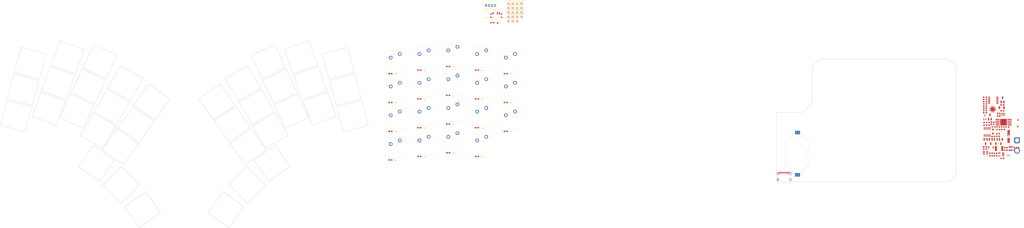
<source format=kicad_pcb>
(kicad_pcb (version 20241229) (generator "pcbnew") (generator_version "9.0")
  (title_block (title "Tastatur") (date "2025-07-25") (rev "0") (company "Daniel P. (steewBSD)"))
  (layers (0 "F.Cu" signal) (2 "B.Cu" signal) (13 "F.Paste" user) (15 "B.Paste" user) (5 "F.SilkS" user "F.Silkscreen") (7 "B.SilkS" user "B.Silkscreen") (1 "F.Mask" user) (3 "B.Mask" user) (25 "Edge.Cuts" user))
  (net 0 "")
  (net 1 "GND")
  (net 2 "/VBUS")
  (net 3 "/ROW1")
  (net 4 "/ROW2")
  (net 5 "/ROW3")
  (net 6 "/COL0")
  (net 7 "+5VUSB")
  (net 8 "/VBAT")
  (net 9 "+3V3USB")
  (net 10 "+3V3")
  (net 11 "/D+")
  (net 12 "/D-")
  (net 13 "/ED-")
  (net 14 "/ED+")
  (net 15 "+5VBAT")
  (net 17 "Net-(DL201-DIN)")
  (net 18 "Net-(DL202-DIN)")
  (net 19 "+5V")
  (net 20 "Net-(U102-VINTA)")
  (net 21 "Net-(U102-VDCID)")
  (net 22 "Net-(U102-VDCIA)")
  (net 23 "/Matrix/LEDDATA0")
  (net 24 "/Matrix/LEDDATA1")
  (net 25 "/Matrix/LEDDATA2")
  (net 26 "/Matrix/LEDDATA3")
  (net 27 "/LEDSEL0")
  (net 28 "/LEDDATA")
  (net 29 "/LEDSEL1")
  (net 30 "/LEDTOGGLE")
  (net 31 "Net-(U102-X32MI)")
  (net 32 "+3V3BAT")
  (net 33 "Net-(U102-X32MO)")
  (net 34 "Net-(C109-Pad1)")
  (net 35 "Net-(D102-A)")
  (net 36 "Net-(D103-A)")
  (net 37 "Net-(D103-K)")
  (net 38 "Net-(D104-A)")
  (net 39 "Net-(D104-K)")
  (net 40 "Net-(D105-K)")
  (net 41 "Net-(D106-A)")
  (net 42 "Net-(D206-A)")
  (net 43 "Net-(D207-A)")
  (net 44 "Net-(D208-A)")
  (net 45 "Net-(D209-A)")
  (net 46 "Net-(D210-A)")
  (net 47 "Net-(D216-A)")
  (net 48 "Net-(D217-A)")
  (net 49 "Net-(D218-A)")
  (net 50 "Net-(D219-A)")
  (net 51 "/TCK")
  (net 52 "/TIO")
  (net 53 "Net-(DL203-DIN)")
  (net 54 "Net-(U102-VSW)")
  (net 55 "Net-(Q105-G)")
  (net 56 "Net-(USB101-CC2)")
  (net 57 "Net-(USB101-CC1)")
  (net 58 "Net-(U103-EN)")
  (net 59 "Net-(U104-FB)")
  (net 60 "Net-(U105-PROG)")
  (net 61 "Net-(U107A-+)")
  (net 62 "Net-(DL204-DIN)")
  (net 63 "Net-(AE101-A)")
  (net 66 "Net-(U107B--)")
  (net 69 "Net-(DL205-DIN)")
  (net 71 "Net-(DL206-DIN)")
  (net 72 "Net-(DL207-DIN)")
  (net 73 "Net-(DL208-DIN)")
  (net 74 "Net-(DL209-DIN)")
  (net 75 "Net-(DL210-DIN)")
  (net 76 "Net-(D201-A)")
  (net 77 "Net-(D202-A)")
  (net 78 "Net-(D203-A)")
  (net 79 "Net-(D204-A)")
  (net 80 "Net-(D205-A)")
  (net 81 "Net-(D211-A)")
  (net 82 "Net-(D212-A)")
  (net 83 "Net-(D213-A)")
  (net 84 "Net-(D214-A)")
  (net 85 "Net-(D215-A)")
  (net 86 "/ROW0")
  (net 87 "/COL1")
  (net 88 "/COL2")
  (net 89 "/COL3")
  (net 90 "/COL4")
  (net 92 "Net-(DL211-DIN)")
  (net 93 "Net-(DL212-DIN)")
  (net 94 "Net-(DL213-DIN)")
  (net 95 "Net-(DL214-DIN)")
  (net 96 "Net-(DL215-DIN)")
  (net 98 "Net-(DL216-DIN)")
  (net 99 "Net-(DL217-DIN)")
  (net 100 "Net-(DL218-DIN)")
  (net 101 "Net-(DL219-DIN)")
  (net 102 "Net-(J102-Pin_1)")
  (net 103 "Net-(R115-Pad1)")
  (footprint "LED_SMD:LED_SK6812_EC15_1.5x1.5mm" (layer "F.Cu") (at -94.95 25.3)
    (property "Reference" "DL219" (at 0 -1.75 0) (layer "F.SilkS"))
    (property "Value" "SK6805-EC15" (hide yes))
    (fp_text user "1" (at -0.95 0.68 0) (layer "F.SilkS") (effects (font (size 0.5 0.5) (thickness 0.075))))
    (pad "1" smd roundrect (at -0.45 0.45 90) (size 0.5 0.5) (layers "F.Cu" "F.Mask" "F.Paste") (net 100 "Net-(DL218-DIN)"))
    (pad "2" smd roundrect (at 0.45 0.45 90) (size 0.5 0.5) (layers "F.Cu" "F.Mask" "F.Paste") (net 1 "GND"))
    (pad "3" smd roundrect (at 0.45 -0.45 90) (size 0.5 0.5) (layers "F.Cu" "F.Mask" "F.Paste") (net 101 "Net-(DL219-DIN)"))
    (pad "4" smd roundrect (at -0.45 -0.45 90) (size 0.5 0.5) (layers "F.Cu" "F.Mask" "F.Paste") (net 19 "+5V"))
  )
  (footprint "PCM_Switch_Keyboard_Cherry_MX:SW_Cherry_MX_PCB_1.00u" (layer "F.Cu") (at -162.0408 73.6064)
    (property "Reference" "SW207" (hide yes))
    (property "Value" "SW_Push" (hide yes))
    (pad "" np_thru_hole circle (at -5.08 0) (size 1.75 1.75) (drill 1.75) (layers "*.Cu" "*.Mask"))
    (pad "" np_thru_hole circle (at 0 0) (size 4 4) (drill 4) (layers "*.Cu" "*.Mask"))
    (pad "" np_thru_hole circle (at 5.08 0) (size 1.75 1.75) (drill 1.75) (layers "*.Cu" "*.Mask"))
    (pad "1" thru_hole circle (at -3.81 -2.54) (size 2.5 2.5) (drill 1.5) (layers "*.Cu" "*.Mask") (net 89 "/COL3"))
    (pad "2" thru_hole circle (at 2.54 -5.08) (size 2.5 2.5) (drill 1.5) (layers "*.Cu" "*.Mask") (net 43 "Net-(D207-A)"))
  )
  (footprint "Capacitor_SMD:C_0603_1608Metric_Pad1.08x0.95mm_HandSolder" (layer "F.Cu") (at -185.9983 84.7064)
    (property "Reference" "C206" (hide yes))
    (property "Value" "100n" (hide yes))
    (pad "1" smd roundrect (at -0.8625 0) (size 1.075 0.95) (layers "F.Cu" "F.Mask" "F.Paste") (net 1 "GND"))
    (pad "2" smd roundrect (at 0.8625 0) (size 1.075 0.95) (layers "F.Cu" "F.Mask" "F.Paste") (net 19 "+5V"))
  )
  (footprint "Connector_JST:JST_PH_B4B-PH-K_1x04_P2.00mm_Vertical" (layer "F.Cu") (at -119.55 17.35)
    (property "Reference" "J101" (at 3 -2.9 0) (layer "F.SilkS"))
    (property "Value" "Conn_01x04_Pin" (hide yes))
    (pad "1" thru_hole roundrect (at 0 0) (size 1.2 1.75) (drill 0.75) (layers "*.Cu" "*.Mask") (roundrect_rratio 0.208333) (net 1 "GND"))
    (pad "2" thru_hole oval (at 2 0) (size 1.2 1.75) (drill 0.75) (layers "*.Cu" "*.Mask") (net 10 "+3V3"))
    (pad "3" thru_hole oval (at 4 0) (size 1.2 1.75) (drill 0.75) (layers "*.Cu" "*.Mask") (net 51 "/TCK"))
    (pad "4" thru_hole oval (at 6 0) (size 1.2 1.75) (drill 0.75) (layers "*.Cu" "*.Mask") (net 52 "/TIO"))
  )
  (footprint "LED_SMD:LED_SK6812_EC15_1.5x1.5mm" (layer "F.Cu") (at -94.95 22.25)
    (property "Reference" "DL218" (at 0 -1.75 0) (layer "F.SilkS"))
    (property "Value" "SK6805-EC15" (hide yes))
    (fp_text user "1" (at -0.95 0.68 0) (layer "F.SilkS") (effects (font (size 0.5 0.5) (thickness 0.075))))
    (pad "1" smd roundrect (at -0.45 0.45 90) (size 0.5 0.5) (layers "F.Cu" "F.Mask" "F.Paste") (net 99 "Net-(DL217-DIN)"))
    (pad "2" smd roundrect (at 0.45 0.45 90) (size 0.5 0.5) (layers "F.Cu" "F.Mask" "F.Paste") (net 1 "GND"))
    (pad "3" smd roundrect (at 0.45 -0.45 90) (size 0.5 0.5) (layers "F.Cu" "F.Mask" "F.Paste") (net 100 "Net-(DL218-DIN)"))
    (pad "4" smd roundrect (at -0.45 -0.45 90) (size 0.5 0.5) (layers "F.Cu" "F.Mask" "F.Paste") (net 19 "+5V"))
  )
  (footprint "Package_TO_SOT_SMD:SOT-23_Handsoldering" (layer "F.Cu") (at 234.2896 111.784 -90)
    (property "Reference" "Q107" (hide yes))
    (property "Value" "SI2301CDS-T1-GE3" (hide yes))
    (pad "1" smd roundrect (at -1.5 -0.95 270) (size 1.9 0.8) (layers "F.Cu" "F.Mask" "F.Paste") (net 1 "GND"))
    (pad "2" smd roundrect (at -1.5 0.95 270) (size 1.9 0.8) (layers "F.Cu" "F.Mask" "F.Paste") (net 10 "+3V3"))
    (pad "3" smd roundrect (at 1.5 0 270) (size 1.9 0.8) (layers "F.Cu" "F.Mask" "F.Paste") (net 9 "+3V3USB"))
  )
  (footprint "easyeda2kicad:USB-C-SMD_TYPE-C-6PIN-2MD-073" (layer "F.Cu") (at 87.3437 135.8267)
    (property "Reference" "USB101" (hide yes))
    (property "Value" "TYPE-C 16PIN 2MD(073)" (hide yes))
    (pad "" thru_hole circle (at -2.89 -1.3) (size 0.7 0.7) (drill 0.7) (layers "*.Cu" "*.Mask"))
    (pad "" thru_hole circle (at 2.89 -1.3) (size 0.7 0.7) (drill 0.7) (layers "*.Cu" "*.Mask"))
    (pad "1" smd rect (at -3.2 -2.38) (size 0.55 1.1) (layers "F.Cu" "F.Mask" "F.Paste") (net 1 "GND"))
    (pad "2" smd rect (at -2.4 -2.38) (size 0.55 1.1) (layers "F.Cu" "F.Mask" "F.Paste") (net 2 "/VBUS"))
    (pad "3" smd rect (at -1.75 -2.38) (size 0.3 1.1) (layers "F.Cu" "F.Mask" "F.Paste"))
    (pad "4" smd rect (at -1.25 -2.38) (size 0.3 1.1) (layers "F.Cu" "F.Mask" "F.Paste") (net 57 "Net-(USB101-CC1)"))
    (pad "5" smd rect (at -0.75 -2.38) (size 0.3 1.1) (layers "F.Cu" "F.Mask" "F.Paste") (net 13 "/ED-"))
    (pad "6" smd rect (at -0.25 -2.38) (size 0.3 1.1) (layers "F.Cu" "F.Mask" "F.Paste") (net 14 "/ED+"))
    (pad "7" smd rect (at 0.25 -2.38) (size 0.3 1.1) (layers "F.Cu" "F.Mask" "F.Paste") (net 13 "/ED-"))
    (pad "8" smd rect (at 0.75 -2.38) (size 0.3 1.1) (layers "F.Cu" "F.Mask" "F.Paste") (net 14 "/ED+"))
    (pad "9" smd rect (at 1.25 -2.38) (size 0.3 1.1) (layers "F.Cu" "F.Mask" "F.Paste"))
    (pad "10" smd rect (at 1.75 -2.38) (size 0.3 1.1) (layers "F.Cu" "F.Mask" "F.Paste") (net 56 "Net-(USB101-CC2)"))
    (pad "11" smd rect (at 2.4 -2.38) (size 0.55 1.1) (layers "F.Cu" "F.Mask" "F.Paste") (net 2 "/VBUS"))
    (pad "12" smd rect (at 3.2 -2.38) (size 0.55 1.1) (layers "F.Cu" "F.Mask" "F.Paste") (net 1 "GND"))
    (pad "13" thru_hole oval (at -4.32 -1.83) (size 1.1 2) (drill oval 0.599999 1.499997) (layers "*.Cu" "*.Mask") (net 1 "GND"))
    (pad "13" thru_hole oval (at -4.32 2.38) (size 1.2 1.8) (drill oval 0.599999 1.199998) (layers "*.Cu" "*.Mask") (net 1 "GND"))
    (pad "14" thru_hole oval (at 4.32 -1.83) (size 1.1 2) (drill oval 0.599999 1.500022) (layers "*.Cu" "*.Mask") (net 1 "GND"))
    (pad "14" thru_hole oval (at 4.32 2.38) (size 1.2 1.8) (drill oval 0.599999 1.199998) (layers "*.Cu" "*.Mask") (net 1 "GND"))
  )
  (footprint "Capacitor_SMD:C_0603_1608Metric_Pad1.08x0.95mm_HandSolder" (layer "F.Cu") (at -145.9983 79.7064)
    (property "Reference" "C208" (hide yes))
    (property "Value" "100n" (hide yes))
    (pad "1" smd roundrect (at -0.8625 0) (size 1.075 0.95) (layers "F.Cu" "F.Mask" "F.Paste") (net 1 "GND"))
    (pad "2" smd roundrect (at 0.8625 0) (size 1.075 0.95) (layers "F.Cu" "F.Mask" "F.Paste") (net 19 "+5V"))
  )
  (footprint "Diode_SMD:D_SOD-923" (layer "F.Cu") (at -142.0408 99.9064)
    (property "Reference" "D213" (hide yes))
    (property "Value" "RB521CS-30" (hide yes))
    (pad "1" smd roundrect (at -0.42 0 180) (size 0.36 0.25) (layers "F.Cu" "F.Mask" "F.Paste") (net 4 "/ROW2"))
    (pad "2" smd roundrect (at 0.42 0 180) (size 0.36 0.25) (layers "F.Cu" "F.Mask" "F.Paste") (net 83 "Net-(D213-A)"))
  )
  (footprint "Package_TO_SOT_SMD:SOT-23_Handsoldering" (layer "F.Cu") (at 237.8456 111.784 -90)
    (property "Reference" "Q103" (hide yes))
    (property "Value" "SI2301CDS-T1-GE3" (hide yes))
    (pad "1" smd roundrect (at -1.5 -0.95 270) (size 1.9 0.8) (layers "F.Cu" "F.Mask" "F.Paste") (net 1 "GND"))
    (pad "2" smd roundrect (at -1.5 0.95 270) (size 1.9 0.8) (layers "F.Cu" "F.Mask" "F.Paste") (net 10 "+3V3"))
    (pad "3" smd roundrect (at 1.5 0 270) (size 1.9 0.8) (layers "F.Cu" "F.Mask" "F.Paste") (net 32 "+3V3BAT"))
  )
  (footprint "Capacitor_SMD:C_0603_1608Metric_Pad1.08x0.95mm_HandSolder" (layer "F.Cu") (at -125.9269 122.1632)
    (property "Reference" "C219" (hide yes))
    (property "Value" "100n" (hide yes))
    (pad "1" smd roundrect (at -0.8625 0) (size 1.075 0.95) (layers "F.Cu" "F.Mask" "F.Paste") (net 1 "GND"))
    (pad "2" smd roundrect (at 0.8625 0) (size 1.075 0.95) (layers "F.Cu" "F.Mask" "F.Paste") (net 19 "+5V"))
  )
  (footprint "Crystal:Crystal_SMD_2016-4Pin_2.0x1.6mm" (layer "F.Cu") (at 239.2776 92.808)
    (property "Reference" "Y101" (hide yes))
    (property "Value" "32MHz" (hide yes))
    (pad "1" smd roundrect (at -0.7 0.55) (size 0.9 0.8) (layers "F.Cu" "F.Mask" "F.Paste") (net 33 "Net-(U102-X32MO)"))
    (pad "2" smd roundrect (at 0.7 0.55) (size 0.9 0.8) (layers "F.Cu" "F.Mask" "F.Paste") (net 1 "GND"))
    (pad "3" smd roundrect (at 0.7 -0.55) (size 0.9 0.8) (layers "F.Cu" "F.Mask" "F.Paste") (net 31 "Net-(U102-X32MI)"))
    (pad "4" smd roundrect (at -0.7 -0.55) (size 0.9 0.8) (layers "F.Cu" "F.Mask" "F.Paste") (net 1 "GND"))
  )
  (footprint "PCM_Switch_Keyboard_Cherry_MX:SW_Cherry_MX_PCB_1.00u" (layer "F.Cu") (at -142.0408 51.1064)
    (property "Reference" "SW203" (hide yes))
    (property "Value" "SW_Push" (hide yes))
    (pad "" np_thru_hole circle (at -5.08 0) (size 1.75 1.75) (drill 1.75) (layers "*.Cu" "*.Mask"))
    (pad "" np_thru_hole circle (at 0 0) (size 4 4) (drill 4) (layers "*.Cu" "*.Mask"))
    (pad "" np_thru_hole circle (at 5.08 0) (size 1.75 1.75) (drill 1.75) (layers "*.Cu" "*.Mask"))
    (pad "1" thru_hole circle (at -3.81 -2.54) (size 2.5 2.5) (drill 1.5) (layers "*.Cu" "*.Mask") (net 88 "/COL2"))
    (pad "2" thru_hole circle (at 2.54 -5.08) (size 2.5 2.5) (drill 1.5) (layers "*.Cu" "*.Mask") (net 78 "Net-(D203-A)"))
  )
  (footprint "Capacitor_SMD:C_0603_1608Metric_Pad1.08x0.95mm_HandSolder" (layer "F.Cu") (at 238.8316 90.522 180)
    (property "Reference" "C101" (hide yes))
    (property "Value" "470n" (hide yes))
    (pad "1" smd roundrect (at -0.8625 0 180) (size 1.075 0.95) (layers "F.Cu" "F.Mask" "F.Paste") (net 1 "GND"))
    (pad "2" smd roundrect (at 0.8625 0 180) (size 1.075 0.95) (layers "F.Cu" "F.Mask" "F.Paste") (net 20 "Net-(U102-VINTA)"))
  )
  (footprint "Resistor_SMD:R_0603_1608Metric_Pad0.98x0.95mm_HandSolder" (layer "F.Cu") (at 226.7931 82.616 180)
    (property "Reference" "R201" (hide yes))
    (property "Value" "500R" (hide yes))
    (pad "1" smd roundrect (at -0.9125 0 180) (size 0.975 0.95) (layers "F.Cu" "F.Mask" "F.Paste") (net 23 "/Matrix/LEDDATA0"))
    (pad "2" smd roundrect (at 0.9125 0 180) (size 0.975 0.95) (layers "F.Cu" "F.Mask" "F.Paste") (net 69 "Net-(DL205-DIN)"))
  )
  (footprint "Diode_SMD:D_SOD-923" (layer "F.Cu") (at -162.0408 82.4064)
    (property "Reference" "D207" (hide yes))
    (property "Value" "RB521CS-30" (hide yes))
    (pad "1" smd roundrect (at -0.42 0 180) (size 0.36 0.25) (layers "F.Cu" "F.Mask" "F.Paste") (net 3 "/ROW1"))
    (pad "2" smd roundrect (at 0.42 0 180) (size 0.36 0.25) (layers "F.Cu" "F.Mask" "F.Paste") (net 43 "Net-(D207-A)"))
  )
  (footprint "steew:CH592F" (layer "F.Cu") (at 232.1496 89.367)
    (property "Reference" "U102" (hide yes))
    (property "Value" "CH592F" (hide yes))
    (pad "0" smd rect (at 0 0) (size 2.7 2.7) (layers "F.Cu" "F.Mask") (net 1 "GND"))
    (pad "1" smd oval (at -1.925 -1.2 90) (size 0.2 0.75) (layers "F.Cu" "F.Mask" "F.Paste") (net 87 "/COL1"))
    (pad "2" smd oval (at -1.925 -0.8 90) (size 0.2 0.75) (layers "F.Cu" "F.Mask" "F.Paste") (net 88 "/COL2"))
    (pad "3" smd oval (at -1.925 -0.4 90) (size 0.2 0.75) (layers "F.Cu" "F.Mask" "F.Paste") (net 21 "Net-(U102-VDCID)"))
    (pad "4" smd oval (at -1.925 0 90) (size 0.2 0.75) (layers "F.Cu" "F.Mask" "F.Paste") (net 54 "Net-(U102-VSW)"))
    (pad "5" smd oval (at -1.925 0.4 90) (size 0.2 0.75) (layers "F.Cu" "F.Mask" "F.Paste") (net 10 "+3V3"))
    (pad "6" smd oval (at -1.925 0.8 90) (size 0.2 0.75) (layers "F.Cu" "F.Mask" "F.Paste") (net 5 "/ROW3"))
    (pad "7" smd oval (at -1.925 1.2 90) (size 0.2 0.75) (layers "F.Cu" "F.Mask" "F.Paste") (net 89 "/COL3"))
    (pad "8" smd oval (at -1.2 1.925) (size 0.2 0.75) (layers "F.Cu" "F.Mask" "F.Paste") (net 51 "/TCK"))
    (pad "9" smd oval (at -0.8 1.925) (size 0.2 0.75) (layers "F.Cu" "F.Mask" "F.Paste") (net 52 "/TIO"))
    (pad "10" smd oval (at -0.4 1.925) (size 0.2 0.75) (layers "F.Cu" "F.Mask" "F.Paste") (net 4 "/ROW2"))
    (pad "11" smd oval (at 0 1.925) (size 0.2 0.75) (layers "F.Cu" "F.Mask" "F.Paste") (net 3 "/ROW1"))
    (pad "12" smd oval (at 0.4 1.925) (size 0.2 0.75) (layers "F.Cu" "F.Mask" "F.Paste") (net 11 "/D+"))
    (pad "13" smd oval (at 0.8 1.925) (size 0.2 0.75) (layers "F.Cu" "F.Mask" "F.Paste") (net 12 "/D-"))
    (pad "14" smd oval (at 1.2 1.925) (size 0.2 0.75) (layers "F.Cu" "F.Mask" "F.Paste") (net 86 "/ROW0"))
    (pad "15" smd oval (at 1.925 1.2 90) (size 0.2 0.75) (layers "F.Cu" "F.Mask" "F.Paste") (net 28 "/LEDDATA"))
    (pad "16" smd oval (at 1.925 0.8 90) (size 0.2 0.75) (layers "F.Cu" "F.Mask" "F.Paste") (net 1 "GND"))
    (pad "17" smd oval (at 1.925 0.4 90) (size 0.2 0.75) (layers "F.Cu" "F.Mask" "F.Paste") (net 29 "/LEDSEL1"))
    (pad "18" smd oval (at 1.925 0 90) (size 0.2 0.75) (layers "F.Cu" "F.Mask" "F.Paste") (net 33 "Net-(U102-X32MO)"))
    (pad "19" smd oval (at 1.925 -0.4 90) (size 0.2 0.75) (layers "F.Cu" "F.Mask" "F.Paste") (net 31 "Net-(U102-X32MI)"))
    (pad "20" smd oval (at 1.925 -0.8 90) (size 0.2 0.75) (layers "F.Cu" "F.Mask" "F.Paste") (net 20 "Net-(U102-VINTA)"))
    (pad "21" smd oval (at 1.925 -1.2 90) (size 0.2 0.75) (layers "F.Cu" "F.Mask" "F.Paste") (net 63 "Net-(AE101-A)"))
    (pad "22" smd oval (at 1.2 -1.925) (size 0.2 0.75) (layers "F.Cu" "F.Mask" "F.Paste") (net 22 "Net-(U102-VDCIA)"))
    (pad "23" smd oval (at 0.8 -1.925) (size 0.2 0.75) (layers "F.Cu" "F.Mask" "F.Paste") (net 27 "/LEDSEL0"))
    (pad "24" smd oval (at 0.4 -1.925) (size 0.2 0.75) (layers "F.Cu" "F.Mask" "F.Paste") (net 6 "/COL0"))
    (pad "25" smd oval (at 0 -1.925) (size 0.2 0.75) (layers "F.Cu" "F.Mask" "F.Paste"))
    (pad "26" smd oval (at -0.4 -1.925) (size 0.2 0.75) (layers "F.Cu" "F.Mask" "F.Paste"))
    (pad "27" smd oval (at -0.8 -1.925) (size 0.2 0.75) (layers "F.Cu" "F.Mask" "F.Paste"))
    (pad "28" smd oval (at -1.2 -1.925) (size 0.2 0.75) (layers "F.Cu" "F.Mask" "F.Paste") (net 90 "/COL4"))
  )
  (footprint "Capacitor_SMD:C_0603_1608Metric_Pad1.08x0.95mm_HandSolder" (layer "F.Cu") (at -165.9983 82.2064)
    (property "Reference" "C207" (hide yes))
    (property "Value" "100n" (hide yes))
    (pad "1" smd roundrect (at -0.8625 0) (size 1.075 0.95) (layers "F.Cu" "F.Mask" "F.Paste") (net 1 "GND"))
    (pad "2" smd roundrect (at 0.8625 0) (size 1.075 0.95) (layers "F.Cu" "F.Mask" "F.Paste") (net 19 "+5V"))
  )
  (footprint "Diode_SMD:D_SOD-923" (layer "F.Cu") (at -122.0408 102.4064)
    (property "Reference" "D214" (hide yes))
    (property "Value" "RB521CS-30" (hide yes))
    (pad "1" smd roundrect (at -0.42 0 180) (size 0.36 0.25) (layers "F.Cu" "F.Mask" "F.Paste") (net 4 "/ROW2"))
    (pad "2" smd roundrect (at 0.42 0 180) (size 0.36 0.25) (layers "F.Cu" "F.Mask" "F.Paste") (net 84 "Net-(D214-A)"))
  )
  (footprint "PCM_Switch_Keyboard_Cherry_MX:SW_Cherry_MX_PCB_1.00u" (layer "F.Cu") (at -182.0408 116.1064)
    (property "Reference" "SW216" (hide yes))
    (property "Value" "SW_Push" (hide yes))
    (pad "" np_thru_hole circle (at -5.08 0) (size 1.75 1.75) (drill 1.75) (layers "*.Cu" "*.Mask"))
    (pad "" np_thru_hole circle (at 0 0) (size 4 4) (drill 4) (layers "*.Cu" "*.Mask"))
    (pad "" np_thru_hole circle (at 5.08 0) (size 1.75 1.75) (drill 1.75) (layers "*.Cu" "*.Mask"))
    (pad "1" thru_hole circle (at -3.81 -2.54) (size 2.5 2.5) (drill 1.5) (layers "*.Cu" "*.Mask") (net 90 "/COL4"))
    (pad "2" thru_hole circle (at 2.54 -5.08) (size 2.5 2.5) (drill 1.5) (layers "*.Cu" "*.Mask") (net 47 "Net-(D216-A)"))
  )
  (footprint "PCM_Switch_Keyboard_Cherry_MX:SW_Cherry_MX_PCB_1.00u" (layer "F.Cu") (at -162.0408 93.6064)
    (property "Reference" "SW212" (hide yes))
    (property "Value" "SW_Push" (hide yes))
    (pad "" np_thru_hole circle (at -5.08 0) (size 1.75 1.75) (drill 1.75) (layers "*.Cu" "*.Mask"))
    (pad "" np_thru_hole circle (at 0 0) (size 4 4) (drill 4) (layers "*.Cu" "*.Mask"))
    (pad "" np_thru_hole circle (at 5.08 0) (size 1.75 1.75) (drill 1.75) (layers "*.Cu" "*.Mask"))
    (pad "1" thru_hole circle (at -3.81 -2.54) (size 2.5 2.5) (drill 1.5) (layers "*.Cu" "*.Mask") (net 89 "/COL3"))
    (pad "2" thru_hole circle (at 2.54 -5.08) (size 2.5 2.5) (drill 1.5) (layers "*.Cu" "*.Mask") (net 82 "Net-(D212-A)"))
  )
  (footprint "Diode_SMD:D_SOD-923" (layer "F.Cu") (at -102.0408 64.9064)
    (property "Reference" "D205" (hide yes))
    (property "Value" "RB521CS-30" (hide yes))
    (pad "1" smd roundrect (at -0.42 0 180) (size 0.36 0.25) (layers "F.Cu" "F.Mask" "F.Paste") (net 86 "/ROW0"))
    (pad "2" smd roundrect (at 0.42 0 180) (size 0.36 0.25) (layers "F.Cu" "F.Mask" "F.Paste") (net 80 "Net-(D205-A)"))
  )
  (footprint "Capacitor_SMD:C_0603_1608Metric_Pad1.08x0.95mm_HandSolder" (layer "F.Cu") (at -185.9983 64.7064)
    (property "Reference" "C201" (hide yes))
    (property "Value" "100n" (hide yes))
    (pad "1" smd roundrect (at -0.8625 0) (size 1.075 0.95) (layers "F.Cu" "F.Mask" "F.Paste") (net 1 "GND"))
    (pad "2" smd roundrect (at 0.8625 0) (size 1.075 0.95) (layers "F.Cu" "F.Mask" "F.Paste") (net 19 "+5V"))
  )
  (footprint "Capacitor_SMD:C_0603_1608Metric_Pad1.08x0.95mm_HandSolder" (layer "F.Cu") (at -145.9983 59.7064)
    (property "Reference" "C203" (hide yes))
    (property "Value" "100n" (hide yes))
    (pad "1" smd roundrect (at -0.8625 0) (size 1.075 0.95) (layers "F.Cu" "F.Mask" "F.Paste") (net 1 "GND"))
    (pad "2" smd roundrect (at 0.8625 0) (size 1.075 0.95) (layers "F.Cu" "F.Mask" "F.Paste") (net 19 "+5V"))
  )
  (footprint "Package_SO:SOIC-8_3.9x4.9mm_P1.27mm" (layer "F.Cu") (at 228.1936 105.157 -90)
    (property "Reference" "U107" (hide yes))
    (property "Value" "LM393" (hide yes))
    (pad "1" smd roundrect (at -2.475 -1.905 270) (size 1.95 0.6) (layers "F.Cu" "F.Mask" "F.Paste") (net 103 "Net-(R115-Pad1)"))
    (pad "2" smd roundrect (at -2.475 -0.635 270) (size 1.95 0.6) (layers "F.Cu" "F.Mask" "F.Paste") (net 40 "Net-(D105-K)"))
    (pad "3" smd roundrect (at -2.475 0.635 270) (size 1.95 0.6) (layers "F.Cu" "F.Mask" "F.Paste") (net 61 "Net-(U107A-+)"))
    (pad "4" smd roundrect (at -2.475 1.905 270) (size 1.95 0.6) (layers "F.Cu" "F.Mask" "F.Paste") (net 1 "GND"))
    (pad "5" smd roundrect (at 2.475 1.905 270) (size 1.95 0.6) (layers "F.Cu" "F.Mask" "F.Paste") (net 1 "GND"))
    (pad "6" smd roundrect (at 2.475 0.635 270) (size 1.95 0.6) (layers "F.Cu" "F.Mask" "F.Paste") (net 66 "Net-(U107B--)"))
    (pad "7" smd roundrect (at 2.475 -0.635 270) (size 1.95 0.6) (layers "F.Cu" "F.Mask" "F.Paste") (net 66 "Net-(U107B--)"))
    (pad "8" smd roundrect (at 2.475 -1.905 270) (size 1.95 0.6) (layers "F.Cu" "F.Mask" "F.Paste") (net 8 "/VBAT"))
  )
  (footprint "Resistor_SMD:R_0603_1608Metric_Pad0.98x0.95mm_HandSolder" (layer "F.Cu") (at 238.8316 123.542)
    (property "Reference" "R103" (hide yes))
    (property "Value" "5k1" (hide yes))
    (pad "1" smd roundrect (at -0.9125 0) (size 0.975 0.95) (layers "F.Cu" "F.Mask" "F.Paste") (net 57 "Net-(USB101-CC1)"))
    (pad "2" smd roundrect (at 0.9125 0) (size 0.975 0.95) (layers "F.Cu" "F.Mask" "F.Paste") (net 1 "GND"))
  )
  (footprint "TestPoint:TestPoint_Pad_D1.0mm" (layer "F.Cu") (at -111.6 29.6)
    (property "Reference" "TP102" (at 0 -1.448 0) (layer "F.SilkS"))
    (property "Value" "TestPoint" (hide yes))
    (pad "1" smd circle (at 0 0) (size 1 1) (layers "F.Cu" "F.Mask") (net 7 "+5VUSB"))
  )
  (footprint "LED_SMD:LED_0603_1608Metric" (layer "F.Cu") (at 231.9736 99.92)
    (property "Reference" "D106" (hide yes))
    (property "Value" "RED" (hide yes))
    (pad "1" smd roundrect (at -0.7875 0) (size 0.875 0.95) (layers "F.Cu" "F.Mask" "F.Paste") (net 1 "GND"))
    (pad "2" smd roundrect (at 0.7875 0) (size 0.875 0.95) (layers "F.Cu" "F.Mask" "F.Paste") (net 41 "Net-(D106-A)"))
  )
  (footprint "LED_SMD:LED_SK6812_EC15_1.5x1.5mm" (layer "F.Cu") (at -104.1 25.3)
    (property "Reference" "DL204" (at 0 -1.75 0) (layer "F.SilkS"))
    (property "Value" "SK6805-EC15" (hide yes))
    (fp_text user "1" (at -0.95 0.68 0) (layer "F.SilkS") (effects (font (size 0.5 0.5) (thickness 0.075))))
    (pad "1" smd roundrect (at -0.45 0.45 90) (size 0.5 0.5) (layers "F.Cu" "F.Mask" "F.Paste") (net 53 "Net-(DL203-DIN)"))
    (pad "2" smd roundrect (at 0.45 0.45 90) (size 0.5 0.5) (layers "F.Cu" "F.Mask" "F.Paste") (net 1 "GND"))
    (pad "3" smd roundrect (at 0.45 -0.45 90) (size 0.5 0.5) (layers "F.Cu" "F.Mask" "F.Paste") (net 62 "Net-(DL204-DIN)"))
    (pad "4" smd roundrect (at -0.45 -0.45 90) (size 0.5 0.5) (layers "F.Cu" "F.Mask" "F.Paste") (net 19 "+5V"))
  )
  (footprint "TestPoint:TestPoint_Pad_D1.0mm" (layer "F.Cu") (at 249.6266 96.872)
    (property "Reference" "TP101" (hide yes))
    (property "Value" "TestPoint" (hide yes))
    (pad "1" smd circle (at 0 0) (size 1 1) (layers "F.Cu" "F.Mask") (net 1 "GND"))
  )
  (footprint "LED_SMD:LED_SK6812_EC15_1.5x1.5mm" (layer "F.Cu") (at -104.1 28.35)
    (property "Reference" "DL205" (at 0 -1.75 0) (layer "F.SilkS"))
    (property "Value" "SK6805-EC15" (hide yes))
    (fp_text user "1" (at -0.95 0.68 0) (layer "F.SilkS") (effects (font (size 0.5 0.5) (thickness 0.075))))
    (pad "1" smd roundrect (at -0.45 0.45 90) (size 0.5 0.5) (layers "F.Cu" "F.Mask" "F.Paste") (net 62 "Net-(DL204-DIN)"))
    (pad "2" smd roundrect (at 0.45 0.45 90) (size 0.5 0.5) (layers "F.Cu" "F.Mask" "F.Paste") (net 1 "GND"))
    (pad "3" smd roundrect (at 0.45 -0.45 90) (size 0.5 0.5) (layers "F.Cu" "F.Mask" "F.Paste") (net 69 "Net-(DL205-DIN)"))
    (pad "4" smd roundrect (at -0.45 -0.45 90) (size 0.5 0.5) (layers "F.Cu" "F.Mask" "F.Paste") (net 19 "+5V"))
  )
  (footprint "LED_SMD:LED_SK6812_EC15_1.5x1.5mm" (layer "F.Cu") (at -101.05 19.2)
    (property "Reference" "DL207" (at 0 -1.75 0) (layer "F.SilkS"))
    (property "Value" "SK6805-EC15" (hide yes))
    (fp_text user "1" (at -0.95 0.68 0) (layer "F.SilkS") (effects (font (size 0.5 0.5) (thickness 0.075))))
    (pad "1" smd roundrect (at -0.45 0.45 90) (size 0.5 0.5) (layers "F.Cu" "F.Mask" "F.Paste") (net 71 "Net-(DL206-DIN)"))
    (pad "2" smd roundrect (at 0.45 0.45 90) (size 0.5 0.5) (layers "F.Cu" "F.Mask" "F.Paste") (net 1 "GND"))
    (pad "3" smd roundrect (at 0.45 -0.45 90) (size 0.5 0.5) (layers "F.Cu" "F.Mask" "F.Paste") (net 72 "Net-(DL207-DIN)"))
    (pad "4" smd roundrect (at -0.45 -0.45 90) (size 0.5 0.5) (layers "F.Cu" "F.Mask" "F.Paste") (net 19 "+5V"))
  )
  (footprint "Inductor_SMD:L_0603_1608Metric_Pad1.05x0.95mm_HandSolder" (layer "F.Cu") (at 226.7931 90.236)
    (property "Reference" "L101" (hide yes))
    (property "Value" "10u" (hide yes))
    (pad "1" smd roundrect (at -0.875 0) (size 1.05 0.95) (layers "F.Cu" "F.Mask" "F.Paste") (net 21 "Net-(U102-VDCID)"))
    (pad "2" smd roundrect (at 0.875 0) (size 1.05 0.95) (layers "F.Cu" "F.Mask" "F.Paste") (net 54 "Net-(U102-VSW)"))
  )
  (footprint "Diode_SMD:D_SOD-923" (layer "F.Cu") (at -102.0408 104.9064)
    (property "Reference" "D215" (hide yes))
    (property "Value" "RB521CS-30" (hide yes))
    (pad "1" smd roundrect (at -0.42 0 180) (size 0.36 0.25) (layers "F.Cu" "F.Mask" "F.Paste") (net 4 "/ROW2"))
    (pad "2" smd roundrect (at 0.42 0 180) (size 0.36 0.25) (layers "F.Cu" "F.Mask" "F.Paste") (net 85 "Net-(D215-A)"))
  )
  (footprint "LED_SMD:LED_SK6812_EC15_1.5x1.5mm" (layer "F.Cu") (at -101.05 25.3)
    (property "Reference" "DL209" (at 0 -1.75 0) (layer "F.SilkS"))
    (property "Value" "SK6805-EC15" (hide yes))
    (fp_text user "1" (at -0.95 0.68 0) (layer "F.SilkS") (effects (font (size 0.5 0.5) (thickness 0.075))))
    (pad "1" smd roundrect (at -0.45 0.45 90) (size 0.5 0.5) (layers "F.Cu" "F.Mask" "F.Paste") (net 73 "Net-(DL208-DIN)"))
    (pad "2" smd roundrect (at 0.45 0.45 90) (size 0.5 0.5) (layers "F.Cu" "F.Mask" "F.Paste") (net 1 "GND"))
    (pad "3" smd roundrect (at 0.45 -0.45 90) (size 0.5 0.5) (layers "F.Cu" "F.Mask" "F.Paste") (net 74 "Net-(DL209-DIN)"))
    (pad "4" smd roundrect (at -0.45 -0.45 90) (size 0.5 0.5) (layers "F.Cu" "F.Mask" "F.Paste") (net 19 "+5V"))
  )
  (footprint "Capacitor_SMD:C_0603_1608Metric_Pad1.08x0.95mm_HandSolder" (layer "F.Cu") (at -125.9983 62.2064)
    (property "Reference" "C204" (hide yes))
    (property "Value" "100n" (hide yes))
    (pad "1" smd roundrect (at -0.8625 0) (size 1.075 0.95) (layers "F.Cu" "F.Mask" "F.Paste") (net 1 "GND"))
    (pad "2" smd roundrect (at 0.8625 0) (size 1.075 0.95) (layers "F.Cu" "F.Mask" "F.Paste") (net 19 "+5V"))
  )
  (footprint "Resistor_SMD:R_0603_1608Metric_Pad0.98x0.95mm_HandSolder" (layer "F.Cu") (at 242.2841 101.698)
    (property "Reference" "R109" (hide yes))
    (property "Value" "50k" (hide yes))
    (pad "1" smd roundrect (at -0.9125 0) (size 0.975 0.95) (layers "F.Cu" "F.Mask" "F.Paste") (net 55 "Net-(Q105-G)"))
    (pad "2" smd roundrect (at 0.9125 0) (size 0.975 0.95) (layers "F.Cu" "F.Mask" "F.Paste") (net 8 "/VBAT"))
  )
  (footprint "LED_SMD:LED_SK6812_EC15_1.5x1.5mm" (layer "F.Cu") (at -101.05 28.35)
    (property "Reference" "DL210" (at 0 -1.75 0) (layer "F.SilkS"))
    (property "Value" "SK6805-EC15" (hide yes))
    (fp_text user "1" (at -0.95 0.68 0) (layer "F.SilkS") (effects (font (size 0.5 0.5) (thickness 0.075))))
    (pad "1" smd roundrect (at -0.45 0.45 90) (size 0.5 0.5) (layers "F.Cu" "F.Mask" "F.Paste") (net 74 "Net-(DL209-DIN)"))
    (pad "2" smd roundrect (at 0.45 0.45 90) (size 0.5 0.5) (layers "F.Cu" "F.Mask" "F.Paste") (net 1 "GND"))
    (pad "3" smd roundrect (at 0.45 -0.45 90) (size 0.5 0.5) (layers "F.Cu" "F.Mask" "F.Paste") (net 75 "Net-(DL210-DIN)"))
    (pad "4" smd roundrect (at -0.45 -0.45 90) (size 0.5 0.5) (layers "F.Cu" "F.Mask" "F.Paste") (net 19 "+5V"))
  )
  (footprint "Resistor_SMD:R_0603_1608Metric_Pad0.98x0.95mm_HandSolder" (layer "F.Cu") (at 232.7356 101.698)
    (property "Reference" "R114" (hide yes))
    (property "Value" "56k" (hide yes))
    (pad "1" smd roundrect (at -0.9125 0) (size 0.975 0.95) (layers "F.Cu" "F.Mask" "F.Paste") (net 61 "Net-(U107A-+)"))
    (pad "2" smd roundrect (at 0.9125 0) (size 0.975 0.95) (layers "F.Cu" "F.Mask" "F.Paste") (net 1 "GND"))
  )
  (footprint "Button_Switch_SMD:SW_SPDT_PCM12" (layer "F.Cu") (at -112.55 24.15)
    (property "Reference" "SW101" (at 0 -3.2 0) (layer "F.SilkS"))
    (property "Value" "MK-12C02-G020" (hide yes))
    (pad "" smd rect (at -3.65 -0.78) (size 1 0.8) (layers "F.Cu" "F.Mask" "F.Paste"))
    (pad "" smd rect (at -3.65 1.43) (size 1 0.8) (layers "F.Cu" "F.Mask" "F.Paste"))
    (pad "" np_thru_hole circle (at -1.5 0.33) (size 0.9 0.9) (drill 0.9) (layers "*.Cu" "*.Mask"))
    (pad "" np_thru_hole circle (at 1.5 0.33) (size 0.9 0.9) (drill 0.9) (layers "*.Cu" "*.Mask"))
    (pad "" smd rect (at 3.65 -0.78) (size 1 0.8) (layers "F.Cu" "F.Mask" "F.Paste"))
    (pad "" smd rect (at 3.65 1.43) (size 1 0.8) (layers "F.Cu" "F.Mask" "F.Paste"))
    (pad "1" smd rect (at -2.25 -1.43) (size 0.7 1.5) (layers "F.Cu" "F.Mask" "F.Paste") (net 30 "/LEDTOGGLE"))
    (pad "2" smd rect (at 0.75 -1.43) (size 0.7 1.5) (layers "F.Cu" "F.Mask" "F.Paste") (net 32 "+3V3BAT"))
    (pad "3" smd rect (at 2.25 -1.43) (size 0.7 1.5) (layers "F.Cu" "F.Mask" "F.Paste") (net 1 "GND"))
  )
  (footprint "Diode_SMD:D_SOD-923" (layer "F.Cu") (at -161.9824 122.3664)
    (property "Reference" "D217" (hide yes))
    (property "Value" "RB521CS-30" (hide yes))
    (pad "1" smd roundrect (at -0.42 0 180) (size 0.36 0.25) (layers "F.Cu" "F.Mask" "F.Paste") (net 5 "/ROW3"))
    (pad "2" smd roundrect (at 0.42 0 180) (size 0.36 0.25) (layers "F.Cu" "F.Mask" "F.Paste") (net 48 "Net-(D217-A)"))
  )
  (footprint "Capacitor_SMD:C_0603_1608Metric_Pad1.08x0.95mm_HandSolder" (layer "F.Cu") (at 232.5116 108.27 180)
    (property "Reference" "C114" (hide yes))
    (property "Value" "100n" (hide yes))
    (pad "1" smd roundrect (at -0.8625 0 180) (size 1.075 0.95) (layers "F.Cu" "F.Mask" "F.Paste") (net 8 "/VBAT"))
    (pad "2" smd roundrect (at 0.8625 0 180) (size 1.075 0.95) (layers "F.Cu" "F.Mask" "F.Paste") (net 1 "GND"))
  )
  (footprint "Resistor_SMD:R_0603_1608Metric_Pad0.98x0.95mm_HandSolder" (layer "F.Cu") (at 239.3161 103.476)
    (property "Reference" "R106" (hide yes))
    (property "Value" "15k" (hide yes))
    (pad "1" smd roundrect (at -0.9125 0) (size 0.975 0.95) (layers "F.Cu" "F.Mask" "F.Paste") (net 59 "Net-(U104-FB)"))
    (pad "2" smd roundrect (at 0.9125 0) (size 0.975 0.95) (layers "F.Cu" "F.Mask" "F.Paste") (net 1 "GND"))
  )
  (footprint "Capacitor_SMD:C_0603_1608Metric_Pad1.08x0.95mm_HandSolder" (layer "F.Cu") (at 234.7976 120.8695 -90)
    (property "Reference" "C110" (hide yes))
    (property "Value" "22u" (hide yes))
    (pad "1" smd roundrect (at -0.8625 0 270) (size 1.075 0.95) (layers "F.Cu" "F.Mask" "F.Paste") (net 9 "+3V3USB"))
    (pad "2" smd roundrect (at 0.8625 0 270) (size 1.075 0.95) (layers "F.Cu" "F.Mask" "F.Paste") (net 1 "GND"))
  )
  (footprint "Package_TO_SOT_SMD:SOT-23-6" (layer "F.Cu") (at 244.5579 116.684 90)
    (property "Reference" "U101" (hide yes))
    (property "Value" "USBLC6-2SC6" (hide yes))
    (pad "1" smd roundrect (at -1.1375 -0.95 90) (size 1.325 0.6) (layers "F.Cu" "F.Mask" "F.Paste") (net 14 "/ED+"))
    (pad "2" smd roundrect (at -1.1375 0 90) (size 1.325 0.6) (layers "F.Cu" "F.Mask" "F.Paste") (net 1 "GND"))
    (pad "3" smd roundrect (at -1.1375 0.95 90) (size 1.325 0.6) (layers "F.Cu" "F.Mask" "F.Paste") (net 13 "/ED-"))
    (pad "4" smd roundrect (at 1.1375 0.95 90) (size 1.325 0.6) (layers "F.Cu" "F.Mask" "F.Paste") (net 12 "/D-"))
    (pad "5" smd roundrect (at 1.1375 0 90) (size 1.325 0.6) (layers "F.Cu" "F.Mask" "F.Paste") (net 2 "/VBUS"))
    (pad "6" smd roundrect (at 1.1375 -0.95 90) (size 1.325 0.6) (layers "F.Cu" "F.Mask" "F.Paste") (net 11 "/D+"))
  )
  (footprint "LED_SMD:LED_SK6812_EC15_1.5x1.5mm" (layer "F.Cu") (at -101.05 22.25)
    (property "Reference" "DL208" (at 0 -1.75 0) (layer "F.SilkS"))
    (property "Value" "SK6805-EC15" (hide yes))
    (fp_text user "1" (at -0.95 0.68 0) (layer "F.SilkS") (effects (font (size 0.5 0.5) (thickness 0.075))))
    (pad "1" smd roundrect (at -0.45 0.45 90) (size 0.5 0.5) (layers "F.Cu" "F.Mask" "F.Paste") (net 72 "Net-(DL207-DIN)"))
    (pad "2" smd roundrect (at 0.45 0.45 90) (size 0.5 0.5) (layers "F.Cu" "F.Mask" "F.Paste") (net 1 "GND"))
    (pad "3" smd roundrect (at 0.45 -0.45 90) (size 0.5 0.5) (layers "F.Cu" "F.Mask" "F.Paste") (net 73 "Net-(DL208-DIN)"))
    (pad "4" smd roundrect (at -0.45 -0.45 90) (size 0.5 0.5) (layers "F.Cu" "F.Mask" "F.Paste") (net 19 "+5V"))
  )
  (footprint "LED_SMD:LED_SK6812_EC15_1.5x1.5mm" (layer "F.Cu") (at -94.95 19.2)
    (property "Reference" "DL217" (at 0 -1.75 0) (layer "F.SilkS"))
    (property "Value" "SK6805-EC15" (hide yes))
    (fp_text user "1" (at -0.95 0.68 0) (layer "F.SilkS") (effects (font (size 0.5 0.5) (thickness 0.075))))
    (pad "1" smd roundrect (at -0.45 0.45 90) (size 0.5 0.5) (layers "F.Cu" "F.Mask" "F.Paste") (net 98 "Net-(DL216-DIN)"))
    (pad "2" smd roundrect (at 0.45 0.45 90) (size 0.5 0.5) (layers "F.Cu" "F.Mask" "F.Paste") (net 1 "GND"))
    (pad "3" smd roundrect (at 0.45 -0.45 90) (size 0.5 0.5) (layers "F.Cu" "F.Mask" "F.Paste") (net 99 "Net-(DL217-DIN)"))
    (pad "4" smd roundrect (at -0.45 -0.45 90) (size 0.5 0.5) (layers "F.Cu" "F.Mask" "F.Paste") (net 19 "+5V"))
  )
  (footprint "Resistor_SMD:R_0603_1608Metric_Pad0.98x0.95mm_HandSolder" (layer "F.Cu") (at 229.6876 99.5155 90)
    (property "Reference" "R113" (hide yes))
    (property "Value" "51k" (hide yes))
    (pad "1" smd roundrect (at -0.9125 0 90) (size 0.975 0.95) (layers "F.Cu" "F.Mask" "F.Paste") (net 8 "/VBAT"))
    (pad "2" smd roundrect (at 0.9125 0 90) (size 0.975 0.95) (layers "F.Cu" "F.Mask" "F.Paste") (net 40 "Net-(D105-K)"))
  )
  (footprint "LED_SMD:LED_0603_1608Metric" (layer "F.Cu") (at 239.0876 101.698)
    (property "Reference" "D103" (hide yes))
    (property "Value" "GREEN" (hide yes))
    (pad "1" smd roundrect (at -0.7875 0) (size 0.875 0.95) (layers "F.Cu" "F.Mask" "F.Paste") (net 37 "Net-(D103-K)"))
    (pad "2" smd roundrect (at 0.7875 0) (size 0.875 0.95) (layers "F.Cu" "F.Mask" "F.Paste") (net 36 "Net-(D103-A)"))
  )
  (footprint "Connector_AMASS:AMASS_XT60PW-F_1x02_P7.20mm_Horizontal" (layer "F.Cu") (at 249.0216 110.968 90)
    (property "Reference" "J102" (at -3.6 -16.5 90) (layer "F.SilkS"))
    (property "Value" "XT60PW-F")
    (fp_text user "-" (at 2.8 2.5 90) (layer "F.SilkS"))
    (fp_text user "+" (at -9.5 2.5 90) (layer "F.SilkS") (effects (font (size 1.5 1.5))))
    (pad "" thru_hole rect (at -10.35 -6 90) (size 0.9 2) (drill oval 0.6 1.7) (layers "*.Cu" "*.Mask"))
    (pad "" thru_hole rect (at 3.15 -6 90) (size 0.9 2) (drill oval 0.6 1.7) (layers "*.Cu" "*.Mask"))
    (pad "1" thru_hole roundrect (at 0 0 90) (size 4.1 4.1) (drill 2.7) (layers "*.Cu" "*.Mask") (net 102 "Net-(J102-Pin_1)"))
    (pad "2" thru_hole circle (at -7.2 0 90) (size 4.1 4.1) (drill 2.7) (layers "*.Cu" "*.Mask") (net 1 "GND"))
  )
  (footprint "MountingHole:MountingHole_2.2mm_M2_ISO7380" (layer "F.Cu") (at -120 23.7)
    (property "Reference" "H101" (at 0 -2.7 0) (layer "F.SilkS"))
    (property "Value" "MountingHole" (hide yes))
    (pad "" np_thru_hole circle (at 0 0) (size 2.2 2.2) (drill 2.2) (layers "*.Cu" "*.Mask"))
  )
  (footprint "Capacitor_SMD:C_0603_1608Metric_Pad1.08x0.95mm_HandSolder" (layer "F.Cu") (at 235.5536 93.1625 -90)
    (property "Reference" "C106" (hide yes))
    (property "Value" "10p" (hide yes))
    (pad "1" smd roundrect (at -0.8625 0 270) (size 1.075 0.95) (layers "F.Cu" "F.Mask" "F.Paste") (net 33 "Net-(U102-X32MO)"))
    (pad "2" smd roundrect (at 0.8625 0 270) (size 1.075 0.95) (layers "F.Cu" "F.Mask" "F.Paste") (net 1 "GND"))
  )
  (footprint "Inductor_SMD:L_0603_1608Metric_Pad1.05x0.95mm_HandSolder" (layer "F.Cu") (at 226.7731 116.972)
    (property "Reference" "L102" (hide yes))
    (property "Value" "4u7" (hide yes))
    (pad "1" smd roundrect (at -0.875 0) (size 1.05 0.95) (layers "F.Cu" "F.Mask" "F.Paste") (net 10 "+3V3"))
    (pad "2" smd roundrect (at 0.875 0) (size 1.05 0.95) (layers "F.Cu" "F.Mask" "F.Paste") (net 35 "Net-(D102-A)"))
  )
  (footprint "PCM_Switch_Keyboard_Cherry_MX:SW_Cherry_MX_PCB_1.00u" (layer "F.Cu") (at -142.0408 91.1064)
    (property "Reference" "SW213" (hide yes))
    (property "Value" "SW_Push" (hide yes))
    (pad "" np_thru_hole circle (at -5.08 0) (size 1.75 1.75) (drill 1.75) (layers "*.Cu" "*.Mask"))
    (pad "" np_thru_hole circle (at 0 0) (size 4 4) (drill 4) (layers "*.Cu" "*.Mask"))
    (pad "" np_thru_hole circle (at 5.08 0) (size 1.75 1.75) (drill 1.75) (layers "*.Cu" "*.Mask"))
    (pad "1" thru_hole circle (at -3.81 -2.54) (size 2.5 2.5) (drill 1.5) (layers "*.Cu" "*.Mask") (net 88 "/COL2"))
    (pad "2" thru_hole circle (at 2.54 -5.08) (size 2.5 2.5) (drill 1.5) (layers "*.Cu" "*.Mask") (net 83 "Net-(D213-A)"))
  )
  (footprint "Fuse:Fuse_1812_4532Metric_Pad1.30x3.40mm_HandSolder" (layer "F.Cu") (at 236.5456 116.652 180)
    (property "Reference" "F101" (hide yes))
    (property "Value" "1812L050/30PR" (hide yes))
    (pad "1" smd roundrect (at -2.225 0 180) (size 1.3 3.4) (layers "F.Cu" "F.Mask" "F.Paste") (roundrect_rratio 0.192308) (net 34 "Net-(C109-Pad1)"))
    (pad "2" smd roundrect (at 2.225 0 180) (size 1.3 3.4) (layers "F.Cu" "F.Mask" "F.Paste") (roundrect_rratio 0.192308) (net 7 "+5VUSB"))
  )
  (footprint "Package_TO_SOT_SMD:SOT-23-6" (layer "F.Cu") (at 227.1486 119.512)
    (property "Reference" "U104" (hide yes))
    (property "Value" "MT3608" (hide yes))
    (pad "1" smd roundrect (at -1.1375 -0.95) (size 1.325 0.6) (layers "F.Cu" "F.Mask" "F.Paste") (net 35 "Net-(D102-A)"))
    (pad "2" smd roundrect (at -1.1375 0) (size 1.325 0.6) (layers "F.Cu" "F.Mask" "F.Paste") (net 1 "GND"))
    (pad "3" smd roundrect (at -1.1375 0.95) (size 1.325 0.6) (layers "F.Cu" "F.Mask" "F.Paste") (net 59 "Net-(U104-FB)"))
    (pad "4" smd roundrect (at 1.1375 0.95) (size 1.325 0.6) (layers "F.Cu" "F.Mask" "F.Paste") (net 30 "/LEDTOGGLE"))
    (pad "5" smd roundrect (at 1.1375 0) (size 1.325 0.6) (layers "F.Cu" "F.Mask" "F.Paste") (net 10 "+3V3"))
    (pad "6" smd roundrect (at 1.1375 -0.95) (size 1.325 0.6) (layers "F.Cu" "F.Mask" "F.Paste"))
  )
  (footprint "Capacitor_SMD:C_0603_1608Metric_Pad1.08x0.95mm_HandSolder" (layer "F.Cu") (at -125.9983 82.2064)
    (property "Reference" "C209" (hide yes))
    (property "Value" "100n" (hide yes))
    (pad "1" smd roundrect (at -0.8625 0) (size 1.075 0.95) (layers "F.Cu" "F.Mask" "F.Paste") (net 1 "GND"))
    (pad "2" smd roundrect (at 0.8625 0) (size 1.075 0.95) (layers "F.Cu" "F.Mask" "F.Paste") (net 19 "+5V"))
  )
  (footprint "Resistor_SMD:R_0603_1608Metric_Pad0.98x0.95mm_HandSolder" (layer "F.Cu") (at 236.5756 107.254 90)
    (property "Reference" "R111" (hide yes))
    (property "Value" "50k" (hide yes))
    (pad "1" smd roundrect (at -0.9125 0 90) (size 0.975 0.95) (layers "F.Cu" "F.Mask" "F.Paste") (net 8 "/VBAT"))
    (pad "2" smd roundrect (at 0.9125 0 90) (size 0.975 0.95) (layers "F.Cu" "F.Mask" "F.Paste") (net 9 "+3V3USB"))
  )
  (footprint "Resistor_SMD:R_0603_1608Metric_Pad0.98x0.95mm_HandSolder" (layer "F.Cu") (at 227.9096 99.5155 90)
    (property "Reference" "R108" (hide yes))
    (property "Value" "330R" (hide yes))
    (pad "1" smd roundrect (at -0.9125 0 90) (size 0.975 0.95) (layers "F.Cu" "F.Mask" "F.Paste") (net 9 "+3V3USB"))
    (pad "2" smd roundrect (at 0.9125 0 90) (size 0.975 0.95) (layers "F.Cu" "F.Mask" "F.Paste") (net 38 "Net-(D104-A)"))
  )
  (footprint "Resistor_SMD:R_0603_1608Metric_Pad0.98x0.95mm_HandSolder" (layer "F.Cu") (at 236.0141 103.476)
    (property "Reference" "R107" (hide yes))
    (property "Value" "330R" (hide yes))
    (pad "1" smd roundrect (at -0.9125 0) (size 0.975 0.95) (layers "F.Cu" "F.Mask" "F.Paste") (net 9 "+3V3USB"))
    (pad "2" smd roundrect (at 0.9125 0) (size 0.975 0.95) (layers "F.Cu" "F.Mask" "F.Paste") (net 36 "Net-(D103-A)"))
  )
  (footprint "Package_SO:SOP-8-1EP_4.57x4.57mm_P1.27mm_EP4.57x4.45mm" (layer "F.Cu") (at 239.6346 98.363 180)
    (property "Reference" "U105" (hide yes))
    (property "Value" "TP4056-42-ESOP8" (hide yes))
    (pad "1" smd roundrect (at -4.15 -1.905 180) (size 2.85 0.7) (layers "F.Cu" "F.Mask" "F.Paste") (net 1 "GND"))
    (pad "2" smd roundrect (at -4.15 -0.635 180) (size 2.85 0.7) (layers "F.Cu" "F.Mask" "F.Paste") (net 60 "Net-(U105-PROG)"))
    (pad "3" smd roundrect (at -4.15 0.635 180) (size 2.85 0.7) (layers "F.Cu" "F.Mask" "F.Paste") (net 1 "GND"))
    (pad "4" smd roundrect (at -4.15 1.905 180) (size 2.85 0.7) (layers "F.Cu" "F.Mask" "F.Paste") (net 7 "+5VUSB"))
    (pad "5" smd roundrect (at 4.15 1.905 180) (size 2.85 0.7) (layers "F.Cu" "F.Mask" "F.Paste") (net 8 "/VBAT"))
    (pad "6" smd roundrect (at 4.15 0.635 180) (size 2.85 0.7) (layers "F.Cu" "F.Mask" "F.Paste") (net 37 "Net-(D103-K)"))
    (pad "7" smd roundrect (at 4.15 -0.635 180) (size 2.85 0.7) (layers "F.Cu" "F.Mask" "F.Paste") (net 39 "Net-(D104-K)"))
    (pad "8" smd roundrect (at 4.15 -1.905 180) (size 2.85 0.7) (layers "F.Cu" "F.Mask" "F.Paste") (net 9 "+3V3USB"))
    (pad "9" smd rect (at 0 0 180) (size 4.57 4.45) (property pad_prop_heatsink) (layers "F.Cu" "F.Mask") (net 1 "GND"))
  )
  (footprint "Diode_SMD:D_SOD-923" (layer "F.Cu") (at -122.0408 62.4064)
    (property "Reference" "D204" (hide yes))
    (property "Value" "RB521CS-30" (hide yes))
    (pad "1" smd roundrect (at -0.42 0 180) (size 0.36 0.25) (layers "F.Cu" "F.Mask" "F.Paste") (net 86 "/ROW0"))
    (pad "2" smd roundrect (at 0.42 0 180) (size 0.36 0.25) (layers "F.Cu" "F.Mask" "F.Paste") (net 79 "Net-(D204-A)"))
  )
  (footprint "Resistor_SMD:R_0603_1608Metric_Pad0.98x0.95mm_HandSolder" (layer "F.Cu") (at 226.7931 84.14 180)
    (property "Reference" "R202" (hide yes))
    (property "Value" "500R" (hide yes))
    (pad "1" smd roundrect (at -0.9125 0 180) (size 0.975 0.95) (layers "F.Cu" "F.Mask" "F.Paste") (net 24 "/Matrix/LEDDATA1"))
    (pad "2" smd roundrect (at 0.9125 0 180) (size 0.975 0.95) (layers "F.Cu" "F.Mask" "F.Paste") (net 75 "Net-(DL210-DIN)"))
  )
  (footprint "Capacitor_SMD:C_0603_1608Metric_Pad1.08x0.95mm_HandSolder" (layer "F.Cu") (at -105.9983 104.7064)
    (property "Reference" "C215" (hide yes))
    (property "Value" "100n" (hide yes))
    (pad "1" smd roundrect (at -0.8625 0) (size 1.075 0.95) (layers "F.Cu" "F.Mask" "F.Paste") (net 1 "GND"))
    (pad "2" smd roundrect (at 0.8625 0) (size 1.075 0.95) (layers "F.Cu" "F.Mask" "F.Paste") (net 19 "+5V"))
  )
  (footprint "Capacitor_SMD:C_0603_1608Metric_Pad1.08x0.95mm_HandSolder" (layer "F.Cu") (at 226.7931 91.76 180)
    (property "Reference" "C104" (hide yes))
    (property "Value" "2u2" (hide yes))
    (pad "1" smd roundrect (at -0.8625 0 180) (size 1.075 0.95) (layers "F.Cu" "F.Mask" "F.Paste") (net 10 "+3V3"))
    (pad "2" smd roundrect (at 0.8625 0 180) (size 1.075 0.95) (layers "F.Cu" "F.Mask" "F.Paste") (net 1 "GND"))
  )
  (footprint "PCM_Switch_Keyboard_Cherry_MX:SW_Cherry_MX_PCB_1.00u" (layer "F.Cu") (at -182.0408 96.1064)
    (property "Reference" "SW211" (hide yes))
    (property "Value" "SW_Push" (hide yes))
    (pad "" np_thru_hole circle (at -5.08 0) (size 1.75 1.75) (drill 1.75) (layers "*.Cu" "*.Mask"))
    (pad "" np_thru_hole circle (at 0 0) (size 4 4) (drill 4) (layers "*.Cu" "*.Mask"))
    (pad "" np_thru_hole circle (at 5.08 0) (size 1.75 1.75) (drill 1.75) (layers "*.Cu" "*.Mask"))
    (pad "1" thru_hole circle (at -3.81 -2.54) (size 2.5 2.5) (drill 1.5) (layers "*.Cu" "*.Mask") (net 90 "/COL4"))
    (pad "2" thru_hole circle (at 2.54 -5.08) (size 2.5 2.5) (drill 1.5) (layers "*.Cu" "*.Mask") (net 81 "Net-(D211-A)"))
  )
  (footprint "Diode_SMD:D_SOD-923" (layer "F.Cu") (at -182.0408 104.9064)
    (property "Reference" "D211" (hide yes))
    (property "Value" "RB521CS-30" (hide yes))
    (pad "1" smd roundrect (at -0.42 0 180) (size 0.36 0.25) (layers "F.Cu" "F.Mask" "F.Paste") (net 4 "/ROW2"))
    (pad "2" smd roundrect (at 0.42 0 180) (size 0.36 0.25) (layers "F.Cu" "F.Mask" "F.Paste") (net 81 "Net-(D211-A)"))
  )
  (footprint "Diode_SMD:D_SOD-923" (layer "F.Cu") (at -182.0408 84.9064)
    (property "Reference" "D206" (hide yes))
    (property "Value" "RB521CS-30" (hide yes))
    (pad "1" smd roundrect (at -0.42 0 180) (size 0.36 0.25) (layers "F.Cu" "F.Mask" "F.Paste") (net 3 "/ROW1"))
    (pad "2" smd roundrect (at 0.42 0 180) (size 0.36 0.25) (layers "F.Cu" "F.Mask" "F.Paste") (net 42 "Net-(D206-A)"))
  )
  (footprint "Capacitor_SMD:C_0603_1608Metric_Pad1.08x0.95mm_HandSolder" (layer "F.Cu") (at -165.9983 102.2064)
    (property "Reference" "C212" (hide yes))
    (property "Value" "100n" (hide yes))
    (pad "1" smd roundrect (at -0.8625 0) (size 1.075 0.95) (layers "F.Cu" "F.Mask" "F.Paste") (net 1 "GND"))
    (pad "2" smd roundrect (at 0.8625 0) (size 1.075 0.95) (layers "F.Cu" "F.Mask" "F.Paste") (net 19 "+5V"))
  )
  (footprint "PCM_Switch_Keyboard_Cherry_MX:SW_Cherry_MX_PCB_1.00u" (layer "F.Cu") (at -102.0408 96.1064)
    (property "Reference" "SW215" (hide yes))
    (property "Value" "SW_Push" (hide yes))
    (pad "" np_thru_hole circle (at -5.08 0) (size 1.75 1.75) (drill 1.75) (layers "*.Cu" "*.Mask"))
    (pad "" np_thru_hole circle (at 0 0) (size 4 4) (drill 4) (layers "*.Cu" "*.Mask"))
    (pad "" np_thru_hole circle (at 5.08 0) (size 1.75 1.75) (drill 1.75) (layers "*.Cu" "*.Mask"))
    (pad "1" thru_hole circle (at -3.81 -2.54) (size 2.5 2.5) (drill 1.5) (layers "*.Cu" "*.Mask") (net 6 "/COL0"))
    (pad "2" thru_hole circle (at 2.54 -5.08) (size 2.5 2.5) (drill 1.5) (layers "*.Cu" "*.Mask") (net 85 "Net-(D215-A)"))
  )
  (footprint "LED_SMD:LED_SK6812_EC15_1.5x1.5mm" (layer "F.Cu") (at -98 28.35)
    (property "Reference" "DL215" (at 0 -1.75 0) (layer "F.SilkS"))
    (property "Value" "SK6805-EC15" (hide yes))
    (fp_text user "1" (at -0.95 0.68 0) (layer "F.SilkS") (effects (font (size 0.5 0.5) (thickness 0.075))))
    (pad "1" smd roundrect (at -0.45 0.45 90) (size 0.5 0.5) (layers "F.Cu" "F.Mask" "F.Paste") (net 95 "Net-(DL214-DIN)"))
    (pad "2" smd roundrect (at 0.45 0.45 90) (size 0.5 0.5) (layers "F.Cu" "F.Mask" "F.Paste") (net 1 "GND"))
    (pad "3" smd roundrect (at 0.45 -0.45 90) (size 0.5 0.5) (layers "F.Cu" "F.Mask" "F.Paste") (net 96 "Net-(DL215-DIN)"))
    (pad "4" smd roundrect (at -0.45 -0.45 90) (size 0.5 0.5) (layers "F.Cu" "F.Mask" "F.Paste") (net 19 "+5V"))
  )
  (footprint "Resistor_SMD:R_0603_1608Metric_Pad0.98x0.95mm_HandSolder" (layer "F.Cu") (at 235.0516 107.254 90)
    (property "Reference" "R112" (hide yes))
    (property "Value" "33k" (hide yes))
    (pad "1" smd roundrect (at -0.9125 0 90) (size 0.975 0.95) (layers "F.Cu" "F.Mask" "F.Paste") (net 8 "/VBAT"))
    (pad "2" smd roundrect (at 0.9125 0 90) (size 0.975 0.95) (layers "F.Cu" "F.Mask" "F.Paste") (net 61 "Net-(U107A-+)"))
  )
  (footprint "Capacitor_SMD:C_0603_1608Metric_Pad1.08x0.95mm_HandSolder" (layer "F.Cu") (at 238.8316 86.3564 180)
    (property "Reference" "C103" (hide yes))
    (property "Value" "100n" (hide yes))
    (pad "1" smd roundrect (at -0.8625 0 180) (size 1.075 0.95) (layers "F.Cu" "F.Mask" "F.Paste") (net 1 "GND"))
    (pad "2" smd roundrect (at 0.8625 0 180) (size 1.075 0.95) (layers "F.Cu" "F.Mask" "F.Paste") (net 22 "Net-(U102-VDCIA)"))
  )
  (footprint "Package_TO_SOT_SMD:SOT-323_SC-70_Handsoldering" (layer "F.Cu") (at 226.6696 95.062 90)
    (property "Reference" "Q106" (hide yes))
    (property "Value" "2N7002HW" (hide yes))
    (pad "1" smd roundrect (at -1.33 -0.65) (size 0.45 1.5) (layers "F.Cu" "F.Mask" "F.Paste") (net 8 "/VBAT"))
    (pad "2" smd roundrect (at -1.33 0.65) (size 0.45 1.5) (layers "F.Cu" "F.Mask" "F.Paste") (net 9 "+3V3USB"))
    (pad "3" smd roundrect (at 1.33 0) (size 0.45 1.5) (layers "F.Cu" "F.Mask" "F.Paste") (net 55 "Net-(Q105-G)"))
  )
  (footprint "Resistor_SMD:R_0603_1608Metric_Pad0.98x0.95mm_HandSolder" (layer "F.Cu") (at 250.0796 116.906 90)
    (property "Reference" "R101" (hide yes))
    (property "Value" "50k" (hide yes))
    (pad "1" smd roundrect (at -0.9125 0 90) (size 0.975 0.95) (layers "F.Cu" "F.Mask" "F.Paste") (net 30 "/LEDTOGGLE"))
    (pad "2" smd roundrect (at 0.9125 0 90) (size 0.975 0.95) (layers "F.Cu" "F.Mask" "F.Paste") (net 1 "GND"))
  )
  (footprint "LED_SMD:LED_0603_1608Metric" (layer "F.Cu") (at 236.0141 101.698)
    (property "Reference" "D104" (hide yes))
    (property "Value" "RED" (hide yes))
    (pad "1" smd roundrect (at -0.7875 0) (size 0.875 0.95) (layers "F.Cu" "F.Mask" "F.Paste") (net 39 "Net-(D104-K)"))
    (pad "2" smd roundrect (at 0.7875 0) (size 0.875 0.95) (layers "F.Cu" "F.Mask" "F.Paste") (net 38 "Net-(D104-A)"))
  )
  (footprint "Capacitor_SMD:C_0603_1608Metric_Pad1.08x0.95mm_HandSolder" (layer "F.Cu") (at -186.0331 124.6048)
    (property "Reference" "C216" (hide yes))
    (property "Value" "100n" (hide yes))
    (pad "1" smd roundrect (at -0.8625 0) (size 1.075 0.95) (layers "F.Cu" "F.Mask" "F.Paste") (net 1 "GND"))
    (pad "2" smd roundrect (at 0.8625 0) (size 1.075 0.95) (layers "F.Cu" "F.Mask" "F.Paste") (net 19 "+5V"))
  )
  (footprint "Diode_SMD:D_SOD-923" (layer "F.Cu") (at -182.0756 124.8048)
    (property "Reference" "D216" (hide yes))
    (property "Value" "RB521CS-30" (hide yes))
    (pad "1" smd roundrect (at -0.42 0 180) (size 0.36 0.25) (layers "F.Cu" "F.Mask" "F.Paste") (net 5 "/ROW3"))
    (pad "2" smd roundrect (at 0.42 0 180) (size 0.36 0.25) (layers "F.Cu" "F.Mask" "F.Paste") (net 47 "Net-(D216-A)"))
  )
  (footprint "Diode_SMD:D_SOD-923" (layer "F.Cu") (at -141.9349 119.8232)
    (property "Reference" "D218" (hide yes))
    (property "Value" "RB521CS-30" (hide yes))
    (pad "1" smd roundrect (at -0.42 0 180) (size 0.36 0.25) (layers "F.Cu" "F.Mask" "F.Paste") (net 5 "/ROW3"))
    (pad "2" smd roundrect (at 0.42 0 180) (size 0.36 0.25) (layers "F.Cu" "F.Mask" "F.Paste") (net 49 "Net-(D218-A)"))
  )
  (footprint "Diode_SMD:D_SOD-923" (layer "F.Cu") (at -122.0408 82.4064)
    (property "Reference" "D209" (hide yes))
    (property "Value" "RB521CS-30" (hide yes))
    (pad "1" smd roundrect (at -0.42 0 180) (size 0.36 0.25) (layers "F.Cu" "F.Mask" "F.Paste") (net 3 "/ROW1"))
    (pad "2" smd roundrect (at 0.42 0 180) (size 0.36 0.25) (layers "F.Cu" "F.Mask" "F.Paste") (net 45 "Net-(D209-A)"))
  )
  (footprint "Capacitor_SMD:C_0603_1608Metric_Pad1.08x0.95mm_HandSolder" (layer "F.Cu") (at -125.9983 102.2064)
    (property "Reference" "C214" (hide yes))
    (property "Value" "100n" (hide yes))
    (pad "1" smd roundrect (at -0.8625 0) (size 1.075 0.95) (layers "F.Cu" "F.Mask" "F.Paste") (net 1 "GND"))
    (pad "2" smd roundrect (at 0.8625 0) (size 1.075 0.95) (layers "F.Cu" "F.Mask" "F.Paste") (net 19 "+5V"))
  )
  (footprint "Capacitor_SMD:C_0603_1608Metric_Pad1.08x0.95mm_HandSolder" (layer "F.Cu") (at 226.7731 115.448)
    (property "Reference" "C108" (hide yes))
    (property "Value" "22u" (hide yes))
    (pad "1" smd roundrect (at -0.8625 0) (size 1.075 0.95) (layers "F.Cu" "F.Mask" "F.Paste") (net 1 "GND"))
    (pad "2" smd roundrect (at 0.8625 0) (size 1.075 0.95) (layers "F.Cu" "F.Mask" "F.Paste") (net 15 "+5VBAT"))
  )
  (footprint "LED_SMD:LED_SK6812_EC15_1.5x1.5mm" (layer "F.Cu") (at -98 25.3)
    (property "Reference" "DL214" (at 0 -1.75 0) (layer "F.SilkS"))
    (property "Value" "SK6805-EC15" (hide yes))
    (fp_text user "1" (at -0.95 0.68 0) (layer "F.SilkS") (effects (font (size 0.5 0.5) (thickness 0.075))))
    (pad "1" smd roundrect (at -0.45 0.45 90) (size 0.5 0.5) (layers "F.Cu" "F.Mask" "F.Paste") (net 94 "Net-(DL213-DIN)"))
    (pad "2" smd roundrect (at 0.45 0.45 90) (size 0.5 0.5) (layers "F.Cu" "F.Mask" "F.Paste") (net 1 "GND"))
    (pad "3" smd roundrect (at 0.45 -0.45 90) (size 0.5 0.5) (layers "F.Cu" "F.Mask" "F.Paste") (net 95 "Net-(DL214-DIN)"))
    (pad "4" smd roundrect (at -0.45 -0.45 90) (size 0.5 0.5) (layers "F.Cu" "F.Mask" "F.Paste") (net 19 "+5V"))
  )
  (footprint "LED_SMD:LED_SK6812_EC15_1.5x1.5mm" (layer "F.Cu") (at -98 19.2)
    (property "Reference" "DL212" (at 0 -1.75 0) (layer "F.SilkS"))
    (property "Value" "SK6805-EC15" (hide yes))
    (fp_text user "1" (at -0.95 0.68 0) (layer "F.SilkS") (effects (font (size 0.5 0.5) (thickness 0.075))))
    (pad "1" smd roundrect (at -0.45 0.45 90) (size 0.5 0.5) (layers "F.Cu" "F.Mask" "F.Paste") (net 92 "Net-(DL211-DIN)"))
    (pad "2" smd roundrect (at 0.45 0.45 90) (size 0.5 0.5) (layers "F.Cu" "F.Mask" "F.Paste") (net 1 "GND"))
    (pad "3" smd roundrect (at 0.45 -0.45 90) (size 0.5 0.5) (layers "F.Cu" "F.Mask" "F.Paste") (net 93 "Net-(DL212-DIN)"))
    (pad "4" smd roundrect (at -0.45 -0.45 90) (size 0.5 0.5) (layers "F.Cu" "F.Mask" "F.Paste") (net 19 "+5V"))
  )
  (footprint "Capacitor_SMD:C_0603_1608Metric_Pad1.08x0.95mm_HandSolder" (layer "F.Cu") (at -185.9983 104.7064)
    (property "Reference" "C211" (hide yes))
    (property "Value" "100n" (hide yes))
    (pad "1" smd roundrect (at -0.8625 0) (size 1.075 0.95) (layers "F.Cu" "F.Mask" "F.Paste") (net 1 "GND"))
    (pad "2" smd roundrect (at 0.8625 0) (size 1.075 0.95) (layers "F.Cu" "F.Mask" "F.Paste") (net 19 "+5V"))
  )
  (footprint "PCM_Switch_Keyboard_Cherry_MX:SW_Cherry_MX_PCB_1.00u" (layer "F.Cu") (at -122.0408 73.6064)
    (property "Reference" "SW209" (hide yes))
    (property "Value" "SW_Push" (hide yes))
    (pad "" np_thru_hole circle (at -5.08 0) (size 1.75 1.75) (drill 1.75) (layers "*.Cu" "*.Mask"))
    (pad "" np_thru_hole circle (at 0 0) (size 4 4) (drill 4) (layers "*.Cu" "*.Mask"))
    (pad "" np_thru_hole circle (at 5.08 0) (size 1.75 1.75) (drill 1.75) (layers "*.Cu" "*.Mask"))
    (pad "1" thru_hole circle (at -3.81 -2.54) (size 2.5 2.5) (drill 1.5) (layers "*.Cu" "*.Mask") (net 87 "/COL1"))
    (pad "2" thru_hole circle (at 2.54 -5.08) (size 2.5 2.5) (drill 1.5) (layers "*.Cu" "*.Mask") (net 45 "Net-(D209-A)"))
  )
  (footprint "Diode_SMD:D_SOD-923" (layer "F.Cu") (at -182.0408 64.9064)
    (property "Reference" "D201" (hide yes))
    (property "Value" "RB521CS-30" (hide yes))
    (pad "1" smd roundrect (at -0.42 0 180) (size 0.36 0.25) (layers "F.Cu" "F.Mask" "F.Paste") (net 86 "/ROW0"))
    (pad "2" smd roundrect (at 0.42 0 180) (size 0.36 0.25) (layers "F.Cu" "F.Mask" "F.Paste") (net 76 "Net-(D201-A)"))
  )
  (footprint "Diode_SMD:D_SOD-923" (layer "F.Cu") (at -162.0408 102.4064)
    (property "Reference" "D212" (hide yes))
    (property "Value" "RB521CS-30" (hide yes))
    (pad "1" smd roundrect (at -0.42 0 180) (size 0.36 0.25) (layers "F.Cu" "F.Mask" "F.Paste") (net 4 "/ROW2"))
    (pad "2" smd roundrect (at 0.42 0 180) (size 0.36 0.25) (layers "F.Cu" "F.Mask" "F.Paste") (net 82 "Net-(D212-A)"))
  )
  (footprint "Diode_SMD:D_SOD-923" (layer "F.Cu") (at -142.0408 79.9064)
    (property "Reference" "D208" (hide yes))
    (property "Value" "RB521CS-30" (hide yes))
    (pad "1" smd roundrect (at -0.42 0 180) (size 0.36 0.25) (layers "F.Cu" "F.Mask" "F.Paste") (net 3 "/ROW1"))
    (pad "2" smd roundrect (at 0.42 0 180) (size 0.36 0.25) (layers "F.Cu" "F.Mask" "F.Paste") (net 44 "Net-(D208-A)"))
  )
  (footprint "LED_SMD:LED_SK6812_EC15_1.5x1.5mm" (layer "F.Cu") (at -94.95 16.15)
    (property "Reference" "DL216" (at 0 -1.75 0) (layer "F.SilkS"))
    (property "Value" "SK6805-EC15" (hide yes))
    (fp_text user "1" (at -0.95 0.68 0) (layer "F.SilkS") (effects (font (size 0.5 0.5) (thickness 0.075))))
    (pad "1" smd roundrect (at -0.45 0.45 90) (size 0.5 0.5) (layers "F.Cu" "F.Mask" "F.Paste"))
    (pad "2" smd roundrect (at 0.45 0.45 90) (size 0.5 0.5) (layers "F.Cu" "F.Mask" "F.Paste") (net 1 "GND"))
    (pad "3" smd roundrect (at 0.45 -0.45 90) (size 0.5 0.5) (layers "F.Cu" "F.Mask" "F.Paste") (net 98 "Net-(DL216-DIN)"))
    (pad "4" smd roundrect (at -0.45 -0.45 90) (size 0.5 0.5) (layers "F.Cu" "F.Mask" "F.Paste") (net 19 "+5V"))
  )
  (footprint "Capacitor_SMD:C_0603_1608Metric_Pad1.08x0.95mm_HandSolder" (layer "F.Cu") (at 232.0741 98.396 180)
    (property "Reference" "C111" (hide yes))
    (property "Value" "10u" (hide yes))
    (pad "1" smd roundrect (at -0.8625 0 180) (size 1.075 0.95) (layers "F.Cu" "F.Mask" "F.Paste") (net 1 "GND"))
    (pad "2" smd roundrect (at 0.8625 0 180) (size 1.075 0.95) (layers "F.Cu" "F.Mask" "F.Paste") (net 7 "+5VUSB"))
  )
  (footprint "PCM_Switch_Keyboard_Cherry_MX:SW_Cherry_MX_PCB_1.00u" (layer "F.Cu") (at -122.0408 53.6064)
    (property "Reference" "SW204" (hide yes))
    (property "Value" "SW_Push" (hide yes))
    (pad "" np_thru_hole circle (at -5.08 0) (size 1.75 1.75) (drill 1.75) (layers "*.Cu" "*.Mask"))
    (pad "" np_thru_hole circle (at 0 0) (size 4 4) (drill 4) (layers "*.Cu" "*.Mask"))
    (pad "" np_thru_hole circle (at 5.08 0) (size 1.75 1.75) (drill 1.75) (layers "*.Cu" "*.Mask"))
    (pad "1" thru_hole circle (at -3.81 -2.54) (size 2.5 2.5) (drill 1.5) (layers "*.Cu" "*.Mask") (net 87 "/COL1"))
    (pad "2" thru_hole circle (at 2.54 -5.08) (size 2.5 2.5) (drill 1.5) (layers "*.Cu" "*.Mask") (net 79 "Net-(D204-A)"))
  )
  (footprint "Capacitor_SMD:C_0603_1608Metric_Pad1.08x0.95mm_HandSolder" (layer "F.Cu") (at 226.7931 87.188)
    (property "Reference" "C113" (hide yes))
    (property "Value" "100n" (hide yes))
    (pad "1" smd roundrect (at -0.8625 0) (size 1.075 0.95) (layers "F.Cu" "F.Mask" "F.Paste") (net 19 "+5V"))
    (pad "2" smd roundrect (at 0.8625 0) (size 1.075 0.95) (layers "F.Cu" "F.Mask" "F.Paste") (net 1 "GND"))
  )
  (footprint "Resistor_SMD:R_0603_1608Metric_Pad0.98x0.95mm_HandSolder" (layer "F.Cu") (at 226.1316 99.5155 -90)
    (property "Reference" "R110" (hide yes))
    (property "Value" "2k2" (hide yes))
    (pad "1" smd roundrect (at -0.9125 0 270) (size 0.975 0.95) (layers "F.Cu" "F.Mask" "F.Paste") (net 60 "Net-(U105-PROG)"))
    (pad "2" smd roundrect (at 0.9125 0 270) (size 0.975 0.95) (layers "F.Cu" "F.Mask" "F.Paste") (net 1 "GND"))
  )
  (footprint "Capacitor_SMD:C_0603_1608Metric_Pad1.08x0.95mm_HandSolder" (layer "F.Cu") (at -165.9399 122.1664)
    (property "Reference" "C217" (hide yes))
    (property "Value" "100n" (hide yes))
    (pad "1" smd roundrect (at -0.8625 0) (size 1.075 0.95) (layers "F.Cu" "F.Mask" "F.Paste") (net 1 "GND"))
    (pad "2" smd roundrect (at 0.8625 0) (size 1.075 0.95) (layers "F.Cu" "F.Mask" "F.Paste") (net 19 "+5V"))
  )
  (footprint "Capacitor_SMD:C_0603_1608Metric_Pad1.08x0.95mm_HandSolder" (layer "F.Cu") (at -105.9983 84.7064)
    (property "Reference" "C210" (hide yes))
    (property "Value" "100n" (hide yes))
    (pad "1" smd roundrect (at -0.8625 0) (size 1.075 0.95) (layers "F.Cu" "F.Mask" "F.Paste") (net 1 "GND"))
    (pad "2" smd roundrect (at 0.8625 0) (size 1.075 0.95) (layers "F.Cu" "F.Mask" "F.Paste") (net 19 "+5V"))
  )
  (footprint "PCM_Switch_Keyboard_Cherry_MX:SW_Cherry_MX_PCB_1.00u" (layer "F.Cu") (at -102.0408 76.1064)
    (property "Reference" "SW210" (hide yes))
    (property "Value" "SW_Push" (hide yes))
    (pad "" np_thru_hole circle (at -5.08 0) (size 1.75 1.75) (drill 1.75) (layers "*.Cu" "*.Mask"))
    (pad "" np_thru_hole circle (at 0 0) (size 4 4) (drill 4) (layers "*.Cu" "*.Mask"))
    (pad "" np_thru_hole circle (at 5.08 0) (size 1.75 1.75) (drill 1.75) (layers "*.Cu" "*.Mask"))
    (pad "1" thru_hole circle (at -3.81 -2.54) (size 2.5 2.5) (drill 1.5) (layers "*.Cu" "*.Mask") (net 6 "/COL0"))
    (pad "2" thru_hole circle (at 2.54 -5.08) (size 2.5 2.5) (drill 1.5) (layers "*.Cu" "*.Mask") (net 46 "Net-(D210-A)"))
  )
  (footprint "Diode_SMD:D_SOD-923" (layer "F.Cu") (at -162.0408 62.4064)
    (property "Reference" "D202" (hide yes))
    (property "Value" "RB521CS-30" (hide yes))
    (pad "1" smd roundrect (at -0.42 0 180) (size 0.36 0.25) (layers "F.Cu" "F.Mask" "F.Paste") (net 86 "/ROW0"))
    (pad "2" smd roundrect (at 0.42 0 180) (size 0.36 0.25) (layers "F.Cu" "F.Mask" "F.Paste") (net 77 "Net-(D202-A)"))
  )
  (footprint "Capacitor_SMD:C_0603_1608Metric_Pad1.08x0.95mm_HandSolder" (layer "F.Cu") (at 247.0316 116.906 -90)
    (property "Reference" "C109" (hide yes))
    (property "Value" "10u" (hide yes))
    (pad "1" smd roundrect (at -0.8625 0 270) (size 1.075 0.95) (layers "F.Cu" "F.Mask" "F.Paste") (net 34 "Net-(C109-Pad1)"))
    (pad "2" smd roundrect (at 0.8625 0 270) (size 1.075 0.95) (layers "F.Cu" "F.Mask" "F.Paste") (net 1 "GND"))
  )
  (footprint "Inductor_SMD:L_0603_1608Metric_Pad1.05x0.95mm_HandSolder" (layer "F.Cu") (at 242.032 116.938 90)
    (property "Reference" "L103" (hide yes))
    (property "Value" "120 Ohm @ 100 MHz" (hide yes))
    (pad "1" smd roundrect (at -0.875 0 90) (size 1.05 0.95) (layers "F.Cu" "F.Mask" "F.Paste") (net 2 "/VBUS"))
    (pad "2" smd roundrect (at 0.875 0 90) (size 1.05 0.95) (layers "F.Cu" "F.Mask" "F.Paste") (net 34 "Net-(C109-Pad1)"))
  )
  (footprint "Diode_SMD:D_SOD-123F" (layer "F.Cu") (at 232.2576 104.838 90)
    (property "Reference" "D105" (hide yes))
    (property "Value" "DDZ9678-7" (hide yes))
    (pad "1" smd roundrect (at -1.4 0 90) (size 1.1 1.1) (layers "F.Cu" "F.Mask" "F.Paste") (roundrect_rratio 0.2272727273) (net 40 "Net-(D105-K)"))
    (pad "2" smd roundrect (at 1.4 0 90) (size 1.1 1.1) (layers "F.Cu" "F.Mask" "F.Paste") (roundrect_rratio 0.2272727273) (net 1 "GND"))
  )
  (footprint "Capacitor_SMD:C_0603_1608Metric_Pad1.08x0.95mm_HandSolder" (layer "F.Cu") (at -145.9983 99.7064)
    (property "Reference" "C213" (hide yes))
    (property "Value" "100n" (hide yes))
    (pad "1" smd roundrect (at -0.8625 0) (size 1.075 0.95) (layers "F.Cu" "F.Mask" "F.Paste") (net 1 "GND"))
    (pad "2" smd roundrect (at 0.8625 0) (size 1.075 0.95) (layers "F.Cu" "F.Mask" "F.Paste") (net 19 "+5V"))
  )
  (footprint "Diode_SMD:D_0603_1608Metric_Pad1.05x0.95mm_HandSolder" (layer "F.Cu") (at 248.5556 116.906 -90)
    (property "Reference" "D101" (hide yes))
    (property "Value" "CPDUR5V0HE-HF" (hide yes))
    (pad "1" smd roundrect (at -0.875 0 270) (size 1.05 0.95) (layers "F.Cu" "F.Mask" "F.Paste") (net 1 "GND"))
    (pad "2" smd roundrect (at 0.875 0 270) (size 1.05 0.95) (layers "F.Cu" "F.Mask" "F.Paste") (net 2 "/VBUS"))
  )
  (footprint "Capacitor_SMD:C_0603_1608Metric_Pad1.08x0.95mm_HandSolder" (layer "F.Cu") (at -165.9983 62.2064)
    (property "Reference" "C202" (hide yes))
    (property "Value" "100n" (hide yes))
    (pad "1" smd roundrect (at -0.8625 0) (size 1.075 0.95) (layers "F.Cu" "F.Mask" "F.Paste") (net 1 "GND"))
    (pad "2" smd roundrect (at 0.8625 0) (size 1.075 0.95) (layers "F.Cu" "F.Mask" "F.Paste") (net 19 "+5V"))
  )
  (footprint "LED_SMD:LED_SK6812_EC15_1.5x1.5mm" (layer "F.Cu") (at -98 16.15)
    (property "Reference" "DL211" (at 0 -1.75 0) (layer "F.SilkS"))
    (property "Value" "SK6805-EC15" (hide yes))
    (fp_text user "1" (at -0.95 0.68 0) (layer "F.SilkS") (effects (font (size 0.5 0.5) (thickness 0.075))))
    (pad "1" smd roundrect (at -0.45 0.45 90) (size 0.5 0.5) (layers "F.Cu" "F.Mask" "F.Paste"))
    (pad "2" smd roundrect (at 0.45 0.45 90) (size 0.5 0.5) (layers "F.Cu" "F.Mask" "F.Paste") (net 1 "GND"))
    (pad "3" smd roundrect (at 0.45 -0.45 90) (size 0.5 0.5) (layers "F.Cu" "F.Mask" "F.Paste") (net 92 "Net-(DL211-DIN)"))
    (pad "4" smd roundrect (at -0.45 -0.45 90) (size 0.5 0.5) (layers "F.Cu" "F.Mask" "F.Paste") (net 19 "+5V"))
  )
  (footprint "LED_SMD:LED_SK6812_EC15_1.5x1.5mm" (layer "F.Cu") (at -104.1 22.25)
    (property "Reference" "DL203" (at 0 -1.75 0) (layer "F.SilkS"))
    (property "Value" "SK6805-EC15" (hide yes))
    (fp_text user "1" (at -0.95 0.68 0) (layer "F.SilkS") (effects (font (size 0.5 0.5) (thickness 0.075))))
    (pad "1" smd roundrect (at -0.45 0.45 90) (size 0.5 0.5) (layers "F.Cu" "F.Mask" "F.Paste") (net 18 "Net-(DL202-DIN)"))
    (pad "2" smd roundrect (at 0.45 0.45 90) (size 0.5 0.5) (layers "F.Cu" "F.Mask" "F.Paste") (net 1 "GND"))
    (pad "3" smd roundrect (at 0.45 -0.45 90) (size 0.5 0.5) (layers "F.Cu" "F.Mask" "F.Paste") (net 53 "Net-(DL203-DIN)"))
    (pad "4" smd roundrect (at -0.45 -0.45 90) (size 0.5 0.5) (layers "F.Cu" "F.Mask" "F.Paste") (net 19 "+5V"))
  )
  (footprint "Resistor_SMD:R_0603_1608Metric_Pad0.98x0.95mm_HandSolder" (layer "F.Cu") (at 240.508 116.938 90)
    (property "Reference" "R102" (hide yes))
    (property "Value" "5k1" (hide yes))
    (pad "1" smd roundrect (at -0.9125 0 90) (size 0.975 0.95) (layers "F.Cu" "F.Mask" "F.Paste") (net 56 "Net-(USB101-CC2)"))
    (pad "2" smd roundrect (at 0.9125 0 90) (size 0.975 0.95) (layers "F.Cu" "F.Mask" "F.Paste") (net 1 "GND"))
  )
  (footprint "Capacitor_SMD:C_0603_1608Metric_Pad1.08x0.95mm_HandSolder" (layer "F.Cu") (at -105.9983 64.7064)
    (property "Reference" "C205" (hide yes))
    (property "Value" "100n" (hide yes))
    (pad "1" smd roundrect (at -0.8625 0) (size 1.075 0.95) (layers "F.Cu" "F.Mask" "F.Paste") (net 1 "GND"))
    (pad "2" smd roundrect (at 0.8625 0) (size 1.075 0.95) (layers "F.Cu" "F.Mask" "F.Paste") (net 19 "+5V"))
  )
  (footprint "PCM_Switch_Keyboard_Cherry_MX:SW_Cherry_MX_PCB_1.00u" (layer "F.Cu") (at -182.0408 76.1064)
    (property "Reference" "SW206" (hide yes))
    (property "Value" "SW_Push" (hide yes))
    (pad "" np_thru_hole circle (at -5.08 0) (size 1.75 1.75) (drill 1.75) (layers "*.Cu" "*.Mask"))
    (pad "" np_thru_hole circle (at 0 0) (size 4 4) (drill 4) (layers "*.Cu" "*.Mask"))
    (pad "" np_thru_hole circle (at 5.08 0) (size 1.75 1.75) (drill 1.75) (layers "*.Cu" "*.Mask"))
    (pad "1" thru_hole circle (at -3.81 -2.54) (size 2.5 2.5) (drill 1.5) (layers "*.Cu" "*.Mask") (net 90 "/COL4"))
    (pad "2" thru_hole circle (at 2.54 -5.08) (size 2.5 2.5) (drill 1.5) (layers "*.Cu" "*.Mask") (net 42 "Net-(D206-A)"))
  )
  (footprint "Package_TO_SOT_SMD:SOT-23_Handsoldering" (layer "F.Cu") (at 230.7336 111.784 -90)
    (property "Reference" "Q101" (hide yes))
    (property "Value" "SI2301CDS-T1-GE3" (hide yes))
    (pad "1" smd roundrect (at -1.5 -0.95 270) (size 1.9 0.8) (layers "F.Cu" "F.Mask" "F.Paste") (net 1 "GND"))
    (pad "2" smd roundrect (at -1.5 0.95 270) (size 1.9 0.8) (layers "F.Cu" "F.Mask" "F.Paste") (net 19 "+5V"))
    (pad "3" smd roundrect (at 1.5 0 270) (size 1.9 0.8) (layers "F.Cu" "F.Mask" "F.Paste") (net 15 "+5VBAT"))
  )
  (footprint "Capacitor_SMD:C_0603_1608Metric_Pad1.08x0.95mm_HandSolder" (layer "F.Cu") (at -145.8924 119.6232)
    (property "Reference" "C218" (hide yes))
    (property "Value" "100n" (hide yes))
    (pad "1" smd roundrect (at -0.8625 0) (size 1.075 0.95) (layers "F.Cu" "F.Mask" "F.Paste") (net 1 "GND"))
    (pad "2" smd roundrect (at 0.8625 0) (size 1.075 0.95) (layers "F.Cu" "F.Mask" "F.Paste") (net 19 "+5V"))
  )
  (footprint "Inductor_SMD:L_1206_3216Metric" (layer "F.Cu") (at 238.3744 88.2868)
    (property "Reference" "AE101" (hide yes))
    (property "Value" "Antenna_Shield" (hide yes))
    (pad "1" smd roundrect (at -1.575 0) (size 1.05 1.9) (layers "F.Cu" "F.Mask" "F.Paste") (roundrect_rratio 0.238095) (net 63 "Net-(AE101-A)"))
    (pad "2" smd roundrect (at 1.575 0) (size 1.05 1.9) (layers "F.Cu" "F.Mask" "F.Paste") (roundrect_rratio 0.238095) (net 1 "GND"))
  )
  (footprint "PCM_Switch_Keyboard_Cherry_MX:SW_Cherry_MX_PCB_1.00u" (layer "F.Cu") (at -162.0408 53.6064)
    (property "Reference" "SW202" (hide yes))
    (property "Value" "SW_Push" (hide yes))
    (pad "" np_thru_hole circle (at -5.08 0) (size 1.75 1.75) (drill 1.75) (layers "*.Cu" "*.Mask"))
    (pad "" np_thru_hole circle (at 0 0) (size 4 4) (drill 4) (layers "*.Cu" "*.Mask"))
    (pad "" np_thru_hole circle (at 5.08 0) (size 1.75 1.75) (drill 1.75) (layers "*.Cu" "*.Mask"))
    (pad "1" thru_hole circle (at -3.81 -2.54) (size 2.5 2.5) (drill 1.5) (layers "*.Cu" "*.Mask") (net 89 "/COL3"))
    (pad "2" thru_hole circle (at 2.54 -5.08) (size 2.5 2.5) (drill 1.5) (layers "*.Cu" "*.Mask") (net 77 "Net-(D202-A)"))
  )
  (footprint "PCM_Switch_Keyboard_Cherry_MX:SW_Cherry_MX_PCB_1.00u" (layer "F.Cu") (at -142.0408 111.1064)
    (property "Reference" "SW218" (hide yes))
    (property "Value" "SW_Push" (hide yes))
    (pad "" np_thru_hole circle (at -5.08 0) (size 1.75 1.75) (drill 1.75) (layers "*.Cu" "*.Mask"))
    (pad "" np_thru_hole circle (at 0 0) (size 4 4) (drill 4) (layers "*.Cu" "*.Mask"))
    (pad "" np_thru_hole circle (at 5.08 0) (size 1.75 1.75) (drill 1.75) (layers "*.Cu" "*.Mask"))
    (pad "1" thru_hole circle (at -3.81 -2.54) (size 2.5 2.5) (drill 1.5) (layers "*.Cu" "*.Mask"))
    (pad "2" thru_hole circle (at 2.54 -5.08) (size 2.5 2.5) (drill 1.5) (layers "*.Cu" "*.Mask") (net 49 "Net-(D218-A)"))
  )
  (footprint "PCM_Switch_Keyboard_Cherry_MX:SW_Cherry_MX_PCB_1.00u" (layer "F.Cu") (at -102.0408 56.1064)
    (property "Reference" "SW205" (hide yes))
    (property "Value" "SW_Push" (hide yes))
    (pad "" np_thru_hole circle (at -5.08 0) (size 1.75 1.75) (drill 1.75) (layers "*.Cu" "*.Mask"))
    (pad "" np_thru_hole circle (at 0 0) (size 4 4) (drill 4) (layers "*.Cu" "*.Mask"))
    (pad "" np_thru_hole circle (at 5.08 0) (size 1.75 1.75) (drill 1.75) (layers "*.Cu" "*.Mask"))
    (pad "1" thru_hole circle (at -3.81 -2.54) (size 2.5 2.5) (drill 1.5) (layers "*.Cu" "*.Mask") (net 6 "/COL0"))
    (pad "2" thru_hole circle (at 2.54 -5.08) (size 2.5 2.5) (drill 1.5) (layers "*.Cu" "*.Mask") (net 80 "Net-(D205-A)"))
  )
  (footprint "Diode_SMD:D_SOD-923" (layer "F.Cu") (at -142.0408 59.9064)
    (property "Reference" "D203" (hide yes))
    (property "Value" "RB521CS-30" (hide yes))
    (pad "1" smd roundrect (at -0.42 0 180) (size 0.36 0.25) (layers "F.Cu" "F.Mask" "F.Paste") (net 86 "/ROW0"))
    (pad "2" smd roundrect (at 0.42 0 180) (size 0.36 0.25) (layers "F.Cu" "F.Mask" "F.Paste") (net 78 "Net-(D203-A)"))
  )
  (footprint "Diode_SMD:D_SOD-123" (layer "F.Cu") (at 230.8596 115.89 180)
    (property "Reference" "D102" (hide yes))
    (property "Value" "LMBR130T1G" (hide yes))
    (pad "1" smd roundrect (at -1.65 0 180) (size 0.9 1.2) (layers "F.Cu" "F.Mask" "F.Paste") (net 15 "+5VBAT"))
    (pad "2" smd roundrect (at 1.65 0 180) (size 0.9 1.2) (layers "F.Cu" "F.Mask" "F.Paste") (net 35 "Net-(D102-A)"))
  )
  (footprint "PCM_Switch_Keyboard_Cherry_MX:SW_Cherry_MX_PCB_1.00u" (layer "F.Cu") (at -142.0408 71.1064)
    (property "Reference" "SW208" (hide yes))
    (property "Value" "SW_Push" (hide yes))
    (pad "" np_thru_hole circle (at -5.08 0) (size 1.75 1.75) (drill 1.75) (layers "*.Cu" "*.Mask"))
    (pad "" np_thru_hole circle (at 0 0) (size 4 4) (drill 4) (layers "*.Cu" "*.Mask"))
    (pad "" np_thru_hole circle (at 5.08 0) (size 1.75 1.75) (drill 1.75) (layers "*.Cu" "*.Mask"))
    (pad "1" thru_hole circle (at -3.81 -2.54) (size 2.5 2.5) (drill 1.5) (layers "*.Cu" "*.Mask") (net 88 "/COL2"))
    (pad "2" thru_hole circle (at 2.54 -5.08) (size 2.5 2.5) (drill 1.5) (layers "*.Cu" "*.Mask") (net 44 "Net-(D208-A)"))
  )
  (footprint "Resistor_SMD:R_0603_1608Metric_Pad0.98x0.95mm_HandSolder" (layer "F.Cu") (at -115.3 29.33)
    (property "Reference" "R115" (at 0 -1.43 0) (layer "F.SilkS"))
    (property "Value" "330R" (hide yes))
    (pad "1" smd roundrect (at -0.9125 0) (size 0.975 0.95) (layers "F.Cu" "F.Mask" "F.Paste") (net 103 "Net-(R115-Pad1)"))
    (pad "2" smd roundrect (at 0.9125 0) (size 0.975 0.95) (layers "F.Cu" "F.Mask" "F.Paste") (net 41 "Net-(D106-A)"))
  )
  (footprint "PCM_Switch_Keyboard_Cherry_MX:SW_Cherry_MX_PCB_1.00u" (layer "F.Cu") (at -122.0408 93.6064)
    (property "Reference" "SW214" (hide yes))
    (property "Value" "SW_Push" (hide yes))
    (pad "" np_thru_hole circle (at -5.08 0) (size 1.75 1.75) (drill 1.75) (layers "*.Cu" "*.Mask"))
    (pad "" np_thru_hole circle (at 0 0) (size 4 4) (drill 4) (layers "*.Cu" "*.Mask"))
    (pad "" np_thru_hole circle (at 5.08 0) (size 1.75 1.75) (drill 1.75) (layers "*.Cu" "*.Mask"))
    (pad "1" thru_hole circle (at -3.81 -2.54) (size 2.5 2.5) (drill 1.5) (layers "*.Cu" "*.Mask") (net 87 "/COL1"))
    (pad "2" thru_hole circle (at 2.54 -5.08) (size 2.5 2.5) (drill 1.5) (layers "*.Cu" "*.Mask") (net 84 "Net-(D214-A)"))
  )
  (footprint "Capacitor_SMD:C_0603_1608Metric_Pad1.08x0.95mm_HandSolder" (layer "F.Cu") (at 226.7931 88.712 180)
    (property "Reference" "C102" (hide yes))
    (property "Value" "4u7" (hide yes))
    (pad "1" smd roundrect (at -0.8625 0 180) (size 1.075 0.95) (layers "F.Cu" "F.Mask" "F.Paste") (net 21 "Net-(U102-VDCID)"))
    (pad "2" smd roundrect (at 0.8625 0 180) (size 1.075 0.95) (layers "F.Cu" "F.Mask" "F.Paste") (net 1 "GND"))
  )
  (footprint "PCM_Switch_Keyboard_Cherry_MX:SW_Cherry_MX_PCB_1.00u" (layer "F.Cu") (at -182.0408 56.1064)
    (property "Reference" "SW201" (hide yes))
    (property "Value" "SW_Push" (hide yes))
    (pad "" np_thru_hole circle (at -5.08 0) (size 1.75 1.75) (drill 1.75) (layers "*.Cu" "*.Mask"))
    (pad "" np_thru_hole circle (at 0 0) (size 4 4) (drill 4) (layers "*.Cu" "*.Mask"))
    (pad "" np_thru_hole circle (at 5.08 0) (size 1.75 1.75) (drill 1.75) (layers "*.Cu" "*.Mask"))
    (pad "1" thru_hole circle (at -3.81 -2.54) (size 2.5 2.5) (drill 1.5) (layers "*.Cu" "*.Mask") (net 90 "/COL4"))
    (pad "2" thru_hole circle (at 2.54 -5.08) (size 2.5 2.5) (drill 1.5) (layers "*.Cu" "*.Mask") (net 76 "Net-(D201-A)"))
  )
  (footprint "Resistor_SMD:R_0603_1608Metric_Pad0.98x0.95mm_HandSolder" (layer "F.Cu") (at 231.7496 120.8195 -90)
    (property "Reference" "R105" (hide yes))
    (property "Value" "110k" (hide yes))
    (pad "1" smd roundrect (at -0.9125 0 270) (size 0.975 0.95) (layers "F.Cu" "F.Mask" "F.Paste") (net 15 "+5VBAT"))
    (pad "2" smd roundrect (at 0.9125 0 270) (size 0.975 0.95) (layers "F.Cu" "F.Mask" "F.Paste") (net 59 "Net-(U104-FB)"))
  )
  (footprint "LED_SMD:LED_SK6812_EC15_1.5x1.5mm" (layer "F.Cu") (at -101.05 16.15)
    (property "Reference" "DL206" (at 0 -1.75 0) (layer "F.SilkS"))
    (property "Value" "SK6805-EC15" (hide yes))
    (fp_text user "1" (at -0.95 0.68 0) (layer "F.SilkS") (effects (font (size 0.5 0.5) (thickness 0.075))))
    (pad "1" smd roundrect (at -0.45 0.45 90) (size 0.5 0.5) (layers "F.Cu" "F.Mask" "F.Paste"))
    (pad "2" smd roundrect (at 0.45 0.45 90) (size 0.5 0.5) (layers "F.Cu" "F.Mask" "F.Paste") (net 1 "GND"))
    (pad "3" smd roundrect (at 0.45 -0.45 90) (size 0.5 0.5) (layers "F.Cu" "F.Mask" "F.Paste") (net 71 "Net-(DL206-DIN)"))
    (pad "4" smd roundrect (at -0.45 -0.45 90) (size 0.5 0.5) (layers "F.Cu" "F.Mask" "F.Paste") (net 19 "+5V"))
  )
  (footprint "Package_TO_SOT_SMD:SOT-23_Handsoldering" (layer "F.Cu") (at 238.9276 82.894 90)
    (property "Reference" "Q104" (hide yes))
    (property "Value" "SI2301CDS-T1-GE3" (hide yes))
    (pad "1" smd roundrect (at -1.5 -0.95 90) (size 1.9 0.8) (layers "F.Cu" "F.Mask" "F.Paste") (net 1 "GND"))
    (pad "2" smd roundrect (at -1.5 0.95 90) (size 1.9 0.8) (layers "F.Cu" "F.Mask" "F.Paste") (net 10 "+3V3"))
    (pad "3" smd roundrect (at 1.5 0 90) (size 1.9 0.8) (layers "F.Cu" "F.Mask" "F.Paste") (net 102 "Net-(J102-Pin_1)"))
  )
  (footprint "Diode_SMD:D_SOD-923" (layer "F.Cu") (at -102.0408 84.9064)
    (property "Reference" "D210" (hide yes))
    (property "Value" "RB521CS-30" (hide yes))
    (pad "1" smd roundrect (at -0.42 0 180) (size 0.36 0.25) (layers "F.Cu" "F.Mask" "F.Paste") (net 3 "/ROW1"))
    (pad "2" smd roundrect (at 0.42 0 180) (size 0.36 0.25) (layers "F.Cu" "F.Mask" "F.Paste") (net 46 "Net-(D210-A)"))
  )
  (footprint "LED_SMD:LED_SK6812_EC15_1.5x1.5mm" (layer "F.Cu") (at -98 22.25)
    (property "Reference" "DL213" (at 0 -1.75 0) (layer "F.SilkS"))
    (property "Value" "SK6805-EC15" (hide yes))
    (fp_text user "1" (at -0.95 0.68 0) (layer "F.SilkS") (effects (font (size 0.5 0.5) (thickness 0.075))))
    (pad "1" smd roundrect (at -0.45 0.45 90) (size 0.5 0.5) (layers "F.Cu" "F.Mask" "F.Paste") (net 93 "Net-(DL212-DIN)"))
    (pad "2" smd roundrect (at 0.45 0.45 90) (size 0.5 0.5) (layers "F.Cu" "F.Mask" "F.Paste") (net 1 "GND"))
    (pad "3" smd roundrect (at 0.45 -0.45 90) (size 0.5 0.5) (layers "F.Cu" "F.Mask" "F.Paste") (net 94 "Net-(DL213-DIN)"))
    (pad "4" smd roundrect (at -0.45 -0.45 90) (size 0.5 0.5) (layers "F.Cu" "F.Mask" "F.Paste") (net 19 "+5V"))
  )
  (footprint "TestPoint:TestPoint_Pad_D1.0mm" (layer "F.Cu") (at 249.4996 101.444)
    (property "Reference" "TP103" (hide yes))
    (property "Value" "TestPoint" (hide yes))
    (pad "1" smd circle (at 0 0) (size 1 1) (layers "F.Cu" "F.Mask") (net 9 "+3V3USB"))
  )
  (footprint "PCM_Switch_Keyboard_Cherry_MX:SW_Cherry_MX_PCB_1.00u" (layer "F.Cu") (at -162.0408 113.6064)
    (property "Reference" "SW217" (hide yes))
    (property "Value" "SW_Push" (hide yes))
    (pad "" np_thru_hole circle (at -5.08 0) (size 1.75 1.75) (drill 1.75) (layers "*.Cu" "*.Mask"))
    (pad "" np_thru_hole circle (at 0 0) (size 4 4) (drill 4) (layers "*.Cu" "*.Mask"))
    (pad "" np_thru_hole circle (at 5.08 0) (size 1.75 1.75) (drill 1.75) (layers "*.Cu" "*.Mask"))
    (pad "1" thru_hole circle (at -3.81 -2.54) (size 2.5 2.5) (drill 1.5) (layers "*.Cu" "*.Mask"))
    (pad "2" thru_hole circle (at 2.54 -5.08) (size 2.5 2.5) (drill 1.5) (layers "*.Cu" "*.Mask") (net 48 "Net-(D217-A)"))
  )
  (footprint "LED_SMD:LED_SK6812_EC15_1.5x1.5mm" (layer "F.Cu") (at -104.1 16.15)
    (property "Reference" "DL201" (at 0 -1.75 0) (layer "F.SilkS"))
    (property "Value" "SK6805-EC15" (hide yes))
    (fp_text user "1" (at -0.95 0.68 0) (layer "F.SilkS") (effects (font (size 0.5 0.5) (thickness 0.075))))
    (pad "1" smd roundrect (at -0.45 0.45 90) (size 0.5 0.5) (layers "F.Cu" "F.Mask" "F.Paste"))
    (pad "2" smd roundrect (at 0.45 0.45 90) (size 0.5 0.5) (layers "F.Cu" "F.Mask" "F.Paste") (net 1 "GND"))
    (pad "3" smd roundrect (at 0.45 -0.45 90) (size 0.5 0.5) (layers "F.Cu" "F.Mask" "F.Paste") (net 17 "Net-(DL201-DIN)"))
    (pad "4" smd roundrect (at -0.45 -0.45 90) (size 0.5 0.5) (layers "F.Cu" "F.Mask" "F.Paste") (net 19 "+5V"))
  )
  (footprint "Package_TO_SOT_SMD:SOT-23_Handsoldering" (layer "F.Cu") (at 227.1556 111.784 -90)
    (property "Reference" "Q102" (hide yes))
    (property "Value" "SI2301CDS-T1-GE3" (hide yes))
    (pad "1" smd roundrect (at -1.5 -0.95 270) (size 1.9 0.8) (layers "F.Cu" "F.Mask" "F.Paste") (net 1 "GND"))
    (pad "2" smd roundrect (at -1.5 0.95 270) (size 1.9 0.8) (layers "F.Cu" "F.Mask" "F.Paste") (net 19 "+5V"))
    (pad "3" smd roundrect (at 1.5 0 270) (size 1.9 0.8) (layers "F.Cu" "F.Mask" "F.Paste") (net 7 "+5VUSB"))
  )
  (footprint "Package_TO_SOT_SMD:SOT-23-5_HandSoldering" (layer "F.Cu") (at 238.0196 120.782 180)
    (property "Reference" "U103" (hide yes))
    (property "Value" "AP2112K-3.3" (hide yes))
    (pad "1" smd roundrect (at -1.35 -0.95 180) (size 1.56 0.65) (layers "F.Cu" "F.Mask" "F.Paste") (net 7 "+5VUSB"))
    (pad "2" smd roundrect (at -1.35 0 180) (size 1.56 0.65) (layers "F.Cu" "F.Mask" "F.Paste") (net 1 "GND"))
    (pad "3" smd roundrect (at -1.35 0.95 180) (size 1.56 0.65) (layers "F.Cu" "F.Mask" "F.Paste") (net 58 "Net-(U103-EN)"))
    (pad "4" smd roundrect (at 1.35 0.95 180) (size 1.56 0.65) (layers "F.Cu" "F.Mask" "F.Paste"))
    (pad "5" smd roundrect (at 1.35 -0.95 180) (size 1.56 0.65) (layers "F.Cu" "F.Mask" "F.Paste") (net 9 "+3V3USB"))
  )
  (footprint "Capacitor_SMD:CP_Elec_6.3x7.7" (layer "F.Cu") (at 243.1796 108.302 -90)
    (property "Reference" "C112" (hide yes))
    (property "Value" "470u" (hide yes))
    (pad "1" smd roundrect (at -2.7 0 270) (size 3.5 1.6) (layers "F.Cu" "F.Mask" "F.Paste") (roundrect_rratio 0.15625) (net 10 "+3V3"))
    (pad "2" smd roundrect (at 2.7 0 270) (size 3.5 1.6) (layers "F.Cu" "F.Mask" "F.Paste") (roundrect_rratio 0.15625) (net 1 "GND"))
  )
  (footprint "Resistor_SMD:R_0603_1608Metric_Pad0.98x0.95mm_HandSolder" (layer "F.Cu") (at 226.7931 85.664 180)
    (property "Reference" "R203" (hide yes))
    (property "Value" "500R" (hide yes))
    (pad "1" smd roundrect (at -0.9125 0 180) (size 0.975 0.95) (layers "F.Cu" "F.Mask" "F.Paste") (net 25 "/Matrix/LEDDATA2"))
    (pad "2" smd roundrect (at 0.9125 0 180) (size 0.975 0.95) (layers "F.Cu" "F.Mask" "F.Paste") (net 96 "Net-(DL215-DIN)"))
  )
  (footprint "Resistor_SMD:R_0603_1608Metric_Pad0.98x0.95mm_HandSolder" (layer "F.Cu") (at 226.7931 81.092 180)
    (property "Reference" "R204" (hide yes))
    (property "Value" "500R" (hide yes))
    (pad "1" smd roundrect (at -0.9125 0 180) (size 0.975 0.95) (layers "F.Cu" "F.Mask" "F.Paste") (net 26 "/Matrix/LEDDATA3"))
    (pad "2" smd roundrect (at 0.9125 0 180) (size 0.975 0.95) (layers "F.Cu" "F.Mask" "F.Paste") (net 101 "Net-(DL219-DIN)"))
  )
  (footprint "Package_SO:TSSOP-16_4.4x5mm_P0.65mm" (layer "F.Cu") (at 232.4816 83.156 180)
    (property "Reference" "U106" (hide yes))
    (property "Value" "CD4052B" (hide yes))
    (pad "1" smd roundrect (at -2.8625 -2.275 180) (size 1.475 0.4) (layers "F.Cu" "F.Mask" "F.Paste") (net 1 "GND"))
    (pad "2" smd roundrect (at -2.8625 -1.625 180) (size 1.475 0.4) (layers "F.Cu" "F.Mask" "F.Paste") (net 1 "GND"))
    (pad "3" smd roundrect (at -2.8625 -0.975 180) (size 1.475 0.4) (layers "F.Cu" "F.Mask" "F.Paste") (net 1 "GND"))
    (pad "4" smd roundrect (at -2.8625 -0.325 180) (size 1.475 0.4) (layers "F.Cu" "F.Mask" "F.Paste") (net 1 "GND"))
    (pad "5" smd roundrect (at -2.8625 0.325 180) (size 1.475 0.4) (layers "F.Cu" "F.Mask" "F.Paste") (net 1 "GND"))
    (pad "6" smd roundrect (at -2.8625 0.975 180) (size 1.475 0.4) (layers "F.Cu" "F.Mask" "F.Paste") (net 30 "/LEDTOGGLE"))
    (pad "7" smd roundrect (at -2.8625 1.625 180) (size 1.475 0.4) (layers "F.Cu" "F.Mask" "F.Paste") (net 1 "GND"))
    (pad "8" smd roundrect (at -2.8625 2.275 180) (size 1.475 0.4) (layers "F.Cu" "F.Mask" "F.Paste") (net 1 "GND"))
    (pad "9" smd roundrect (at 2.8625 2.275 180) (size 1.475 0.4) (layers "F.Cu" "F.Mask" "F.Paste") (net 29 "/LEDSEL1"))
    (pad "10" smd roundrect (at 2.8625 1.625 180) (size 1.475 0.4) (layers "F.Cu" "F.Mask" "F.Paste") (net 27 "/LEDSEL0"))
    (pad "11" smd roundrect (at 2.8625 0.975 180) (size 1.475 0.4) (layers "F.Cu" "F.Mask" "F.Paste") (net 26 "/Matrix/LEDDATA3"))
    (pad "12" smd roundrect (at 2.8625 0.325 180) (size 1.475 0.4) (layers "F.Cu" "F.Mask" "F.Paste") (net 23 "/Matrix/LEDDATA0"))
    (pad "13" smd roundrect (at 2.8625 -0.325 180) (size 1.475 0.4) (layers "F.Cu" "F.Mask" "F.Paste") (net 28 "/LEDDATA"))
    (pad "14" smd roundrect (at 2.8625 -0.975 180) (size 1.475 0.4) (layers "F.Cu" "F.Mask" "F.Paste") (net 24 "/Matrix/LEDDATA1"))
    (pad "15" smd roundrect (at 2.8625 -1.625 180) (size 1.475 0.4) (layers "F.Cu" "F.Mask" "F.Paste") (net 25 "/Matrix/LEDDATA2"))
    (pad "16" smd roundrect (at 2.8625 -2.275 180) (size 1.475 0.4) (layers "F.Cu" "F.Mask" "F.Paste") (net 19 "+5V"))
  )
  (footprint "LED_SMD:LED_SK6812_EC15_1.5x1.5mm" (layer "F.Cu") (at -104.1 19.2)
    (property "Reference" "DL202" (at 0 -1.75 0) (layer "F.SilkS"))
    (property "Value" "SK6805-EC15" (hide yes))
    (fp_text user "1" (at -0.95 0.68 0) (layer "F.SilkS") (effects (font (size 0.5 0.5) (thickness 0.075))))
    (pad "1" smd roundrect (at -0.45 0.45 90) (size 0.5 0.5) (layers "F.Cu" "F.Mask" "F.Paste") (net 17 "Net-(DL201-DIN)"))
    (pad "2" smd roundrect (at 0.45 0.45 90) (size 0.5 0.5) (layers "F.Cu" "F.Mask" "F.Paste") (net 1 "GND"))
    (pad "3" smd roundrect (at 0.45 -0.45 90) (size 0.5 0.5) (layers "F.Cu" "F.Mask" "F.Paste") (net 18 "Net-(DL202-DIN)"))
    (pad "4" smd roundrect (at -0.45 -0.45 90) (size 0.5 0.5) (layers "F.Cu" "F.Mask" "F.Paste") (net 19 "+5V"))
  )
  (footprint "Capacitor_SMD:C_0603_1608Metric_Pad1.08x0.95mm_HandSolder" (layer "F.Cu") (at 233.2736 120.8695 90)
    (property "Reference" "C107" (hide yes))
    (property "Value" "22u" (hide yes))
    (pad "1" smd roundrect (at -0.8625 0 90) (size 1.075 0.95) (layers "F.Cu" "F.Mask" "F.Paste") (net 1 "GND"))
    (pad "2" smd roundrect (at 0.8625 0 90) (size 1.075 0.95) (layers "F.Cu" "F.Mask" "F.Paste") (net 10 "+3V3"))
  )
  (footprint "PCM_Switch_Keyboard_Cherry_MX:SW_Cherry_MX_PCB_1.00u" (layer "F.Cu") (at -122.0408 113.6064)
    (property "Reference" "SW219" (hide yes))
    (property "Value" "SW_Push" (hide yes))
    (pad "" np_thru_hole circle (at -5.08 0) (size 1.75 1.75) (drill 1.75) (layers "*.Cu" "*.Mask"))
    (pad "" np_thru_hole circle (at 0 0) (size 4 4) (drill 4) (layers "*.Cu" "*.Mask"))
    (pad "" np_thru_hole circle (at 5.08 0) (size 1.75 1.75) (drill 1.75) (layers "*.Cu" "*.Mask"))
    (pad "1" thru_hole circle (at -3.81 -2.54) (size 2.5 2.5) (drill 1.5) (layers "*.Cu" "*.Mask"))
    (pad "2" thru_hole circle (at 2.54 -5.08) (size 2.5 2.5) (drill 1.5) (layers "*.Cu" "*.Mask") (net 50 "Net-(D219-A)"))
  )
  (footprint "Capacitor_SMD:C_0603_1608Metric_Pad1.08x0.95mm_HandSolder" (layer "F.Cu") (at 237.0536 93.1625 -90)
    (property "Reference" "C105" (hide yes))
    (property "Value" "10p" (hide yes))
    (pad "1" smd roundrect (at -0.8625 0 270) (size 1.075 0.95) (layers "F.Cu" "F.Mask" "F.Paste") (net 31 "Net-(U102-X32MI)"))
    (pad "2" smd roundrect (at 0.8625 0 270) (size 1.075 0.95) (layers "F.Cu" "F.Mask" "F.Paste") (net 1 "GND"))
  )
  (footprint "Resistor_SMD:R_0603_1608Metric_Pad0.98x0.95mm_HandSolder" (layer "F.Cu") (at 230.2256 120.8195 90)
    (property "Reference" "R104" (hide yes))
    (property "Value" "0R" (hide yes))
    (pad "1" smd roundrect (at -0.9125 0 90) (size 0.975 0.95) (layers "F.Cu" "F.Mask" "F.Paste") (net 7 "+5VUSB"))
    (pad "2" smd roundrect (at 0.9125 0 90) (size 0.975 0.95) (layers "F.Cu" "F.Mask" "F.Paste") (net 58 "Net-(U103-EN)"))
  )
  (footprint "Package_TO_SOT_SMD:SOT-23_Handsoldering" (layer "F.Cu") (at 230.1956 94.832 90)
    (property "Reference" "Q105" (hide yes))
    (property "Value" "SI2301CDS-T1-GE3" (hide yes))
    (pad "1" smd roundrect (at -1.5 -0.95 90) (size 1.9 0.8) (layers "F.Cu" "F.Mask" "F.Paste") (net 55 "Net-(Q105-G)"))
    (pad "2" smd roundrect (at -1.5 0.95 90) (size 1.9 0.8) (layers "F.Cu" "F.Mask" "F.Paste") (net 8 "/VBAT"))
    (pad "3" smd roundrect (at 1.5 0 90) (size 1.9 0.8) (layers "F.Cu" "F.Mask" "F.Paste") (net 32 "+3V3BAT"))
  )
  (footprint "Diode_SMD:D_SOD-923" (layer "F.Cu") (at -121.9694 122.3632)
    (property "Reference" "D219" (hide yes))
    (property "Value" "RB521CS-30" (hide yes))
    (pad "1" smd roundrect (at -0.42 0 180) (size 0.36 0.25) (layers "F.Cu" "F.Mask" "F.Paste") (net 5 "/ROW3"))
    (pad "2" smd roundrect (at 0.42 0 180) (size 0.36 0.25) (layers "F.Cu" "F.Mask" "F.Paste") (net 50 "Net-(D219-A)"))
  )
  (footprint "MountingHole:MountingHole_2.2mm_M2_ISO7380" (layer "F.Cu") (at -120 28.75)
    (property "Reference" "H102" (at 0 -2.7 0) (layer "F.SilkS"))
    (property "Value" "MountingHole" (hide yes))
    (pad "" np_thru_hole circle (at 0 0) (size 2.2 2.2) (drill 2.2) (layers "*.Cu" "*.Mask"))
  )
  (footprint "Battery:BatteryHolder_Keystone_1058_1x2032" (layer "B.Cu") (at 96.6216 120.2448 -90)
    (property "Reference" "BT101" (hide yes))
    (property "Value" "Battery_Cell" (hide yes))
    (pad "1" smd rect (at -14.68 0 270) (size 2.54 3.51) (layers "B.Cu" "B.Mask" "B.Paste") (net 8 "/VBAT"))
    (pad "2" smd rect (at 14.68 0 270) (size 2.54 3.51) (layers "B.Cu" "B.Mask" "B.Paste") (net 1 "GND"))
  )
  (gr_line (start -210.942795 64.760744) (end -206.284052 82.147409) (stroke (width 0.2)) (layer "Edge.Cuts"))
  (gr_line (start -401.298684 107.521077) (end -392.298684 91.93262) (stroke (width 0.2)) (layer "Edge.Cuts"))
  (gr_line (start -230.076604 76.484227) (end -246.991071 82.64059) (stroke (width 0.2)) (layer "Edge.Cuts"))
  (gr_line (start -250.747309 77.892612) (end -267.060849 85.499741) (stroke (width 0.2)) (layer "Edge.Cuts"))
  (gr_line (start -259.031102 102.719589) (end -266.638231 86.406049) (stroke (width 0.2)) (layer "Edge.Cuts"))
  (gr_line (start -282.697725 51.966353) (end -266.384185 44.359224) (stroke (width 0.2)) (layer "Edge.Cuts"))
  (gr_line (start -276.067806 74.612112) (end -291.656264 83.612112) (stroke (width 0.2)) (layer "Edge.Cuts"))
  (gr_line (start -272.281961 117.66908) (end -287.026698 127.993456) (stroke (width 0.2)) (layer "Edge.Cuts"))
  (gr_line (start -375.760153 102.924343) (end -361.015416 113.248719) (stroke (width 0.2)) (layer "Edge.Cuts"))
  (gr_line (start -319.146979 82.120941) (end -304.402242 71.796565) (stroke (width 0.2)) (layer "Edge.Cuts"))
  (gr_line (start -408.041799 78.79892) (end -391.728259 86.406049) (stroke (width 0.2)) (layer "Edge.Cuts"))
  (gr_line (start -357.710227 68.023654) (end -366.710227 83.612112) (stroke (width 0.2)) (layer "Edge.Cuts"))
  (gr_line (start -266.638231 86.406049) (end -250.324691 78.79892) (stroke (width 0.2)) (layer "Edge.Cuts"))
  (gr_line (start -242.731349 41.715601) (end -236.574987 58.630068) (stroke (width 0.2)) (layer "Edge.Cuts"))
  (gr_line (start -400.012053 61.579072) (end -383.698512 69.186201) (stroke (width 0.2)) (layer "Edge.Cuts"))
  (gr_line (start -291.156264 84.478137) (end -275.567806 75.478137) (stroke (width 0.2)) (layer "Edge.Cuts"))
  (gr_line (start -201.366491 100.5) (end -218.753155 105.158743) (stroke (width 0.2)) (layer "Edge.Cuts"))
  (gr_line (start -246.991071 82.64059) (end -253.147434 65.726123) (stroke (width 0.2)) (layer "Edge.Cuts"))
  (gr_line (start -447.423695 64.760744) (end -430.03703 69.419487) (stroke (width 0.2)) (layer "Edge.Cuts"))
  (gr_line (start -246.649051 83.580283) (end -229.734584 77.42392) (stroke (width 0.2)) (layer "Edge.Cuts"))
  (gr_line (start -229.734584 77.42392) (end -223.578221 94.338387) (stroke (width 0.2)) (layer "Edge.Cuts"))
  (gr_line (start -283.179914 102.105191) (end -297.92465 112.429567) (stroke (width 0.2)) (layer "Edge.Cuts"))
  (gr_line (start -294.077866 86.541302) (end -308.822603 96.865678) (stroke (width 0.2)) (layer "Edge.Cuts"))
  (gr_line (start -373.298684 59.023654) (end -357.710227 68.023654) (stroke (width 0.2)) (layer "Edge.Cuts"))
  (gr_line (start -300.656264 68.023654) (end -285.067806 59.023654) (stroke (width 0.2)) (layer "Edge.Cuts"))
  (gr_line (start -404.877037 64.78643) (end -421.791504 58.630068) (stroke (width 0.2)) (layer "Edge.Cuts"))
  (gr_line (start -298.204645 141.773641) (end -285.476723 129.045719) (stroke (width 0.2)) (layer "Edge.Cuts"))
  (gr_line (start -345.589323 161.276044) (end -360.334059 171.60042) (stroke (width 0.2)) (layer "Edge.Cuts"))
  (gr_line (start -236.232966 59.56976) (end -230.076604 76.484227) (stroke (width 0.2)) (layer "Edge.Cuts"))
  (gr_line (start -415.648928 95.11246) (end -408.041799 78.79892) (stroke (width 0.2)) (layer "Edge.Cuts"))
  (gr_line (start -361.015416 113.248719) (end -371.339792 127.993456) (stroke (width 0.2)) (layer "Edge.Cuts"))
  (gr_line (start -287.026698 127.993456) (end -297.351074 113.248719) (stroke (width 0.2)) (layer "Edge.Cuts"))
  (gr_line (start 106.838099 85.249239) (end 106.838099 59.562948) (stroke (width 0.2)) (layer "Edge.Cuts"))
  (gr_line (start -457 100.5) (end -452.341257 83.113335) (stroke (width 0.2)) (layer "Edge.Cuts"))
  (gr_line (start -375.668765 51.966353) (end -383.275894 68.279893) (stroke (width 0.2)) (layer "Edge.Cuts"))
  (gr_line (start -382.798684 75.478137) (end -367.210227 84.478137) (stroke (width 0.2)) (layer "Edge.Cuts"))
  (gr_line (start -272.656263 116.521077) (end -281.656263 100.93262) (stroke (width 0.2)) (layer "Edge.Cuts"))
  (gr_line (start -429.778211 68.453561) (end -447.164876 63.794818) (stroke (width 0.2)) (layer "Edge.Cuts"))
  (gr_line (start -422.133524 59.56976) (end -405.219057 65.726123) (stroke (width 0.2)) (layer "Edge.Cuts"))
  (gr_line (start -371.339792 127.993456) (end -386.084529 117.66908) (stroke (width 0.2)) (layer "Edge.Cuts"))
  (gr_line (start -376.210227 100.066594) (end -391.798684 91.066594) (stroke (width 0.2)) (layer "Edge.Cuts"))
  (gr_line (start -275.567806 75.478137) (end -266.567806 91.066594) (stroke (width 0.2)) (layer "Edge.Cuts"))
  (gr_line (start -355.913698 146.531307) (end -345.589323 161.276044) (stroke (width 0.2)) (layer "Edge.Cuts"))
  (gr_line (start -385.710227 116.521077) (end -401.298684 107.521077) (stroke (width 0.2)) (layer "Edge.Cuts"))
  (gr_line (start -386.084529 117.66908) (end -375.760153 102.924343) (stroke (width 0.2)) (layer "Edge.Cuts"))
  (gr_line (start -375.186577 102.105191) (end -375.760153 102.924343) (stroke (width 0.2)) (layer "Edge.Cuts"))
  (gr_line (start -428.631907 77.42392) (end -411.717439 83.580283) (stroke (width 0.2)) (layer "Edge.Cuts"))
  (gr_line (start -293.504289 87.360454) (end -283.179914 102.105191) (stroke (width 0.2)) (layer "Edge.Cuts"))
  (gr_line (start -421.791504 58.630068) (end -415.635141 41.715601) (stroke (width 0.2)) (layer "Edge.Cuts"))
  (gr_line (start -383.698512 69.186201) (end -391.305641 85.499741) (stroke (width 0.2)) (layer "Edge.Cuts"))
  (gr_line (start -267.060849 85.499741) (end -274.667978 69.186201) (stroke (width 0.2)) (layer "Edge.Cuts"))
  (gr_line (start -364.288624 86.541302) (end -353.964249 71.796565) (stroke (width 0.2)) (layer "Edge.Cuts"))
  (gr_line (start -266.067806 91.93262) (end -257.067806 107.521077) (stroke (width 0.2)) (layer "Edge.Cuts"))
  (gr_line (start -430.03703 69.419487) (end -434.695773 86.806152) (stroke (width 0.2)) (layer "Edge.Cuts"))
  (gr_line (start -302.452792 146.531307) (end -287.708055 156.855683) (stroke (width 0.2)) (layer "Edge.Cuts"))
  (gr_line (start 201.888352 54.6132) (end 206.838099 59.562948) (stroke (width 0.2)) (layer "Edge.Cuts"))
  (gr_line (start -434.788269 94.338387) (end -428.631907 77.42392) (stroke (width 0.2)) (layer "Edge.Cuts"))
  (gr_line (start 206.838099 59.562948) (end 206.838099 134.663453) (stroke (width 0.2)) (layer "Edge.Cuts"))
  (gr_line (start 100.474138 91.6132) (end 106.838099 85.249239) (stroke (width 0.2)) (layer "Edge.Cuts"))
  (gr_line (start -265.974321 114.473197) (end -255.649945 129.217934) (stroke (width 0.2)) (layer "Edge.Cuts"))
  (gr_line (start -452.341257 83.113335) (end -434.954592 87.772078) (stroke (width 0.2)) (layer "Edge.Cuts"))
  (gr_line (start -370.658435 156.855683) (end -355.913698 146.531307) (stroke (width 0.2)) (layer "Edge.Cuts"))
  (gr_line (start -417.873802 100.49475) (end -434.788269 94.338387) (stroke (width 0.2)) (layer "Edge.Cuts"))
  (gr_line (start -218.753155 105.158743) (end -223.411898 87.772078) (stroke (width 0.2)) (layer "Edge.Cuts"))
  (gr_line (start -391.798684 91.066594) (end -382.298684 74.612112) (stroke (width 0.2)) (layer "Edge.Cuts"))
  (gr_line (start -223.411898 87.772078) (end -206.025233 83.113335) (stroke (width 0.2)) (layer "Edge.Cuts"))
  (gr_line (start -223.670717 86.806152) (end -228.32946 69.419487) (stroke (width 0.2)) (layer "Edge.Cuts"))
  (gr_line (start -383.275894 68.279893) (end -399.589434 60.672764) (stroke (width 0.2)) (layer "Edge.Cuts"))
  (gr_line (start -291.156264 84.478137) (end -300.656264 68.023654) (stroke (width 0.2)) (layer "Edge.Cuts"))
  (gr_line (start -387.971809 139.542309) (end -402.716546 129.217934) (stroke (width 0.2)) (layer "Edge.Cuts"))
  (gr_line (start 201.888352 139.6132) (end 81.838099 139.6132) (stroke (width 0.2)) (layer "Edge.Cuts"))
  (gr_line (start -270.394682 139.542309) (end -280.719057 124.797573) (stroke (width 0.2)) (layer "Edge.Cuts"))
  (gr_line (start -339.219512 82.120941) (end -349.543888 96.865678) (stroke (width 0.2)) (layer "Edge.Cuts"))
  (gr_line (start -253.489454 64.78643) (end -259.645816 47.871963) (stroke (width 0.2)) (layer "Edge.Cuts"))
  (gr_line (start -258.777056 60.672764) (end -275.090596 68.279893) (stroke (width 0.2)) (layer "Edge.Cuts"))
  (gr_line (start -399.335388 102.719589) (end -415.648928 95.11246) (stroke (width 0.2)) (layer "Edge.Cuts"))
  (gr_line (start -242.717562 95.11246) (end -259.031102 102.719589) (stroke (width 0.2)) (layer "Edge.Cuts"))
  (gr_line (start -298.032431 171.60042) (end -312.777168 161.276044) (stroke (width 0.2)) (layer "Edge.Cuts"))
  (gr_line (start 106.838099 59.562948) (end 111.787847 54.6132) (stroke (width 0.2)) (layer "Edge.Cuts"))
  (gr_line (start -259.645816 47.871963) (end -242.731349 41.715601) (stroke (width 0.2)) (layer "Edge.Cuts"))
  (gr_line (start -425.119468 51.066896) (end -429.778211 68.453561) (stroke (width 0.2)) (layer "Edge.Cuts"))
  (gr_line (start -282.156264 100.066594) (end -291.156264 84.478137) (stroke (width 0.2)) (layer "Edge.Cuts"))
  (gr_line (start -297.351074 113.248719) (end -282.606337 102.924343) (stroke (width 0.2)) (layer "Edge.Cuts"))
  (gr_line (start -308.822603 96.865678) (end -319.146979 82.120941) (stroke (width 0.2)) (layer "Edge.Cuts"))
  (gr_line (start -372.889767 129.045719) (end -360.161845 141.773641) (stroke (width 0.2)) (layer "Edge.Cuts"))
  (gr_line (start -280.719057 124.797573) (end -265.974321 114.473197) (stroke (width 0.2)) (layer "Edge.Cuts"))
  (gr_line (start -233.247022 51.066896) (end -215.860357 46.408154) (stroke (width 0.2)) (layer "Edge.Cuts"))
  (gr_line (start -272.748801 141.773641) (end -285.476723 154.501563) (stroke (width 0.2)) (layer "Edge.Cuts"))
  (gr_line (start -255.649945 129.217934) (end -270.394682 139.542309) (stroke (width 0.2)) (layer "Edge.Cuts"))
  (gr_line (start -428.289886 76.484227) (end -422.133524 59.56976) (stroke (width 0.2)) (layer "Edge.Cuts"))
  (gr_line (start -391.305641 85.499741) (end -407.619181 77.892612) (stroke (width 0.2)) (layer "Edge.Cuts"))
  (gr_line (start -385.617689 141.773641) (end -372.889767 129.045719) (stroke (width 0.2)) (layer "Edge.Cuts"))
  (gr_line (start -439.613335 105.158743) (end -457 100.5) (stroke (width 0.2)) (layer "Edge.Cuts"))
  (gr_line (start -402.716546 129.217934) (end -392.39217 114.473197) (stroke (width 0.2)) (layer "Edge.Cuts"))
  (gr_line (start -211.201614 63.794818) (end -228.588279 68.453561) (stroke (width 0.2)) (layer "Edge.Cuts"))
  (gr_line (start -266.567806 91.066594) (end -282.156264 100.066594) (stroke (width 0.2)) (layer "Edge.Cuts"))
  (gr_line (start -360.44184 112.429567) (end -375.186577 102.105191) (stroke (width 0.2)) (layer "Edge.Cuts"))
  (gr_line (start -223.578221 94.338387) (end -240.492688 100.49475) (stroke (width 0.2)) (layer "Edge.Cuts"))
  (gr_line (start -312.777168 161.276044) (end -302.452792 146.531307) (stroke (width 0.2)) (layer "Edge.Cuts"))
  (gr_line (start -367.210227 84.478137) (end -376.210227 100.066594) (stroke (width 0.2)) (layer "Edge.Cuts"))
  (gr_line (start -304.402242 71.796565) (end -294.077866 86.541302) (stroke (width 0.2)) (layer "Edge.Cuts"))
  (gr_line (start -434.695773 86.806152) (end -452.082438 82.147409) (stroke (width 0.2)) (layer "Edge.Cuts"))
  (gr_line (start -228.588279 68.453561) (end -233.247022 51.066896) (stroke (width 0.2)) (layer "Edge.Cuts"))
  (gr_line (start -360.161845 141.773641) (end -372.889767 154.501563) (stroke (width 0.2)) (layer "Edge.Cuts"))
  (gr_line (start -360.334059 171.60042) (end -370.658435 156.855683) (stroke (width 0.2)) (layer "Edge.Cuts"))
  (gr_line (start -375.186577 102.105191) (end -364.862201 87.360454) (stroke (width 0.2)) (layer "Edge.Cuts"))
  (gr_line (start -349.543888 96.865678) (end -364.288624 86.541302) (stroke (width 0.2)) (layer "Edge.Cuts"))
  (gr_line (start -398.720674 47.871963) (end -404.877037 64.78643) (stroke (width 0.2)) (layer "Edge.Cuts"))
  (gr_line (start -442.506133 46.408154) (end -425.119468 51.066896) (stroke (width 0.2)) (layer "Edge.Cuts"))
  (gr_line (start -266.384185 44.359224) (end -258.777056 60.672764) (stroke (width 0.2)) (layer "Edge.Cuts"))
  (gr_line (start -350.117464 97.68483) (end -360.44184 112.429567) (stroke (width 0.2)) (layer "Edge.Cuts"))
  (gr_line (start -206.284052 82.147409) (end -223.670717 86.806152) (stroke (width 0.2)) (layer "Edge.Cuts"))
  (gr_line (start -240.492688 100.49475) (end -246.649051 83.580283) (stroke (width 0.2)) (layer "Edge.Cuts"))
  (gr_line (start -236.574987 58.630068) (end -253.489454 64.78643) (stroke (width 0.2)) (layer "Edge.Cuts"))
  (gr_line (start -447.164876 63.794818) (end -442.506133 46.408154) (stroke (width 0.2)) (layer "Edge.Cuts"))
  (gr_line (start -285.476723 129.045719) (end -272.748801 141.773641) (stroke (width 0.2)) (layer "Edge.Cuts"))
  (gr_line (start -257.067806 107.521077) (end -272.656263 116.521077) (stroke (width 0.2)) (layer "Edge.Cuts"))
  (gr_line (start -411.717439 83.580283) (end -417.873802 100.49475) (stroke (width 0.2)) (layer "Edge.Cuts"))
  (gr_line (start -250.324691 78.79892) (end -242.717562 95.11246) (stroke (width 0.2)) (layer "Edge.Cuts"))
  (gr_line (start 206.838099 134.663453) (end 201.888352 139.6132) (stroke (width 0.2)) (layer "Edge.Cuts"))
  (gr_line (start -308.249026 97.68483) (end -293.504289 87.360454) (stroke (width 0.2)) (layer "Edge.Cuts"))
  (gr_line (start -285.476723 154.501563) (end -298.204645 141.773641) (stroke (width 0.2)) (layer "Edge.Cuts"))
  (gr_line (start -285.067806 59.023654) (end -276.067806 74.612112) (stroke (width 0.2)) (layer "Edge.Cuts"))
  (gr_line (start -452.082438 82.147409) (end -447.423695 64.760744) (stroke (width 0.2)) (layer "Edge.Cuts"))
  (gr_line (start -353.964249 71.796565) (end -339.219512 82.120941) (stroke (width 0.2)) (layer "Edge.Cuts"))
  (gr_line (start -376.710227 100.93262) (end -385.710227 116.521077) (stroke (width 0.2)) (layer "Edge.Cuts"))
  (gr_line (start -275.090596 68.279893) (end -282.697725 51.966353) (stroke (width 0.2)) (layer "Edge.Cuts"))
  (gr_line (start -405.219057 65.726123) (end -411.375419 82.64059) (stroke (width 0.2)) (layer "Edge.Cuts"))
  (gr_line (start -399.589434 60.672764) (end -391.982306 44.359224) (stroke (width 0.2)) (layer "Edge.Cuts"))
  (gr_line (start -415.635141 41.715601) (end -398.720674 47.871963) (stroke (width 0.2)) (layer "Edge.Cuts"))
  (gr_line (start -372.889767 154.501563) (end -385.617689 141.773641) (stroke (width 0.2)) (layer "Edge.Cuts"))
  (gr_line (start -364.862201 87.360454) (end -350.117464 97.68483) (stroke (width 0.2)) (layer "Edge.Cuts"))
  (gr_line (start -287.708055 156.855683) (end -298.032431 171.60042) (stroke (width 0.2)) (layer "Edge.Cuts"))
  (gr_line (start -366.710227 83.612112) (end -382.298684 74.612112) (stroke (width 0.2)) (layer "Edge.Cuts"))
  (gr_line (start -377.647433 124.797573) (end -387.971809 139.542309) (stroke (width 0.2)) (layer "Edge.Cuts"))
  (gr_line (start 81.838099 139.6132) (end 81.838099 91.6132) (stroke (width 0.2)) (layer "Edge.Cuts"))
  (gr_line (start -274.667978 69.186201) (end -258.354438 61.579072) (stroke (width 0.2)) (layer "Edge.Cuts"))
  (gr_line (start -411.375419 82.64059) (end -428.289886 76.484227) (stroke (width 0.2)) (layer "Edge.Cuts"))
  (gr_line (start -407.619181 77.892612) (end -400.012053 61.579072) (stroke (width 0.2)) (layer "Edge.Cuts"))
  (gr_line (start -206.025233 83.113335) (end -201.366491 100.5) (stroke (width 0.2)) (layer "Edge.Cuts"))
  (gr_line (start -282.606337 102.924343) (end -272.281961 117.66908) (stroke (width 0.2)) (layer "Edge.Cuts"))
  (gr_line (start -392.39217 114.473197) (end -377.647433 124.797573) (stroke (width 0.2)) (layer "Edge.Cuts"))
  (gr_line (start 111.787847 54.6132) (end 201.888352 54.6132) (stroke (width 0.2)) (layer "Edge.Cuts"))
  (gr_line (start -434.954592 87.772078) (end -439.613335 105.158743) (stroke (width 0.2)) (layer "Edge.Cuts"))
  (gr_line (start -253.147434 65.726123) (end -236.232966 59.56976) (stroke (width 0.2)) (layer "Edge.Cuts"))
  (gr_line (start -392.298684 91.93262) (end -376.710227 100.93262) (stroke (width 0.2)) (layer "Edge.Cuts"))
  (gr_line (start -297.92465 112.429567) (end -308.249026 97.68483) (stroke (width 0.2)) (layer "Edge.Cuts"))
  (gr_line (start -281.656263 100.93262) (end -266.067806 91.93262) (stroke (width 0.2)) (layer "Edge.Cuts"))
  (gr_line (start -391.728259 86.406049) (end -399.335388 102.719589) (stroke (width 0.2)) (layer "Edge.Cuts"))
  (gr_line (start -382.298684 74.612112) (end -373.298684 59.023654) (stroke (width 0.2)) (layer "Edge.Cuts"))
  (gr_line (start -228.32946 69.419487) (end -210.942795 64.760744) (stroke (width 0.2)) (layer "Edge.Cuts"))
  (gr_line (start -215.860357 46.408154) (end -211.201614 63.794818) (stroke (width 0.2)) (layer "Edge.Cuts"))
  (gr_line (start -258.354438 61.579072) (end -250.747309 77.892612) (stroke (width 0.2)) (layer "Edge.Cuts"))
  (gr_line (start -391.982306 44.359224) (end -375.668765 51.966353) (stroke (width 0.2)) (layer "Edge.Cuts"))
  (gr_line (start 81.838099 91.6132) (end 100.474138 91.6132) (stroke (width 0.2)) (layer "Edge.Cuts"))
)
</source>
